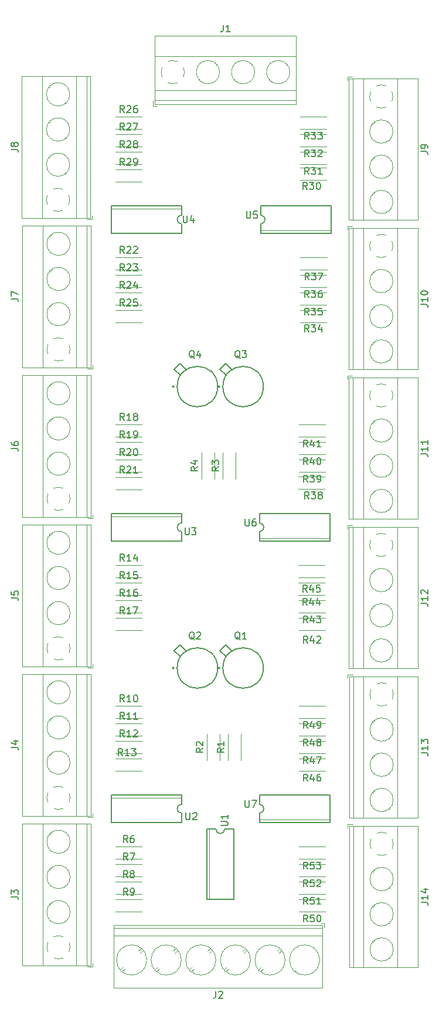
<source format=gbr>
%TF.GenerationSoftware,KiCad,Pcbnew,(6.0.4)*%
%TF.CreationDate,2022-07-26T21:07:26-04:00*%
%TF.ProjectId,pcb,7063622e-6b69-4636-9164-5f7063625858,rev?*%
%TF.SameCoordinates,Original*%
%TF.FileFunction,Legend,Top*%
%TF.FilePolarity,Positive*%
%FSLAX46Y46*%
G04 Gerber Fmt 4.6, Leading zero omitted, Abs format (unit mm)*
G04 Created by KiCad (PCBNEW (6.0.4)) date 2022-07-26 21:07:26*
%MOMM*%
%LPD*%
G01*
G04 APERTURE LIST*
%ADD10C,0.150000*%
%ADD11C,0.120000*%
%ADD12C,0.152400*%
%ADD13C,0.050800*%
%ADD14C,0.127000*%
%ADD15C,0.200000*%
G04 APERTURE END LIST*
D10*
%TO.C,R39*%
X98231742Y-87462380D02*
X97898409Y-86986190D01*
X97660314Y-87462380D02*
X97660314Y-86462380D01*
X98041266Y-86462380D01*
X98136504Y-86510000D01*
X98184123Y-86557619D01*
X98231742Y-86652857D01*
X98231742Y-86795714D01*
X98184123Y-86890952D01*
X98136504Y-86938571D01*
X98041266Y-86986190D01*
X97660314Y-86986190D01*
X98565076Y-86462380D02*
X99184123Y-86462380D01*
X98850790Y-86843333D01*
X98993647Y-86843333D01*
X99088885Y-86890952D01*
X99136504Y-86938571D01*
X99184123Y-87033809D01*
X99184123Y-87271904D01*
X99136504Y-87367142D01*
X99088885Y-87414761D01*
X98993647Y-87462380D01*
X98707933Y-87462380D01*
X98612695Y-87414761D01*
X98565076Y-87367142D01*
X99660314Y-87462380D02*
X99850790Y-87462380D01*
X99946028Y-87414761D01*
X99993647Y-87367142D01*
X100088885Y-87224285D01*
X100136504Y-87033809D01*
X100136504Y-86652857D01*
X100088885Y-86557619D01*
X100041266Y-86510000D01*
X99946028Y-86462380D01*
X99755552Y-86462380D01*
X99660314Y-86510000D01*
X99612695Y-86557619D01*
X99565076Y-86652857D01*
X99565076Y-86890952D01*
X99612695Y-86986190D01*
X99660314Y-87033809D01*
X99755552Y-87081428D01*
X99946028Y-87081428D01*
X100041266Y-87033809D01*
X100088885Y-86986190D01*
X100136504Y-86890952D01*
%TO.C,U7*%
X89208675Y-133435062D02*
X89208675Y-134246180D01*
X89256387Y-134341606D01*
X89304100Y-134389318D01*
X89399526Y-134437031D01*
X89590377Y-134437031D01*
X89685803Y-134389318D01*
X89733515Y-134341606D01*
X89781228Y-134246180D01*
X89781228Y-133435062D01*
X90162931Y-133435062D02*
X90830910Y-133435062D01*
X90401495Y-134437031D01*
%TO.C,R23*%
X71747142Y-56952380D02*
X71413809Y-56476190D01*
X71175714Y-56952380D02*
X71175714Y-55952380D01*
X71556666Y-55952380D01*
X71651904Y-56000000D01*
X71699523Y-56047619D01*
X71747142Y-56142857D01*
X71747142Y-56285714D01*
X71699523Y-56380952D01*
X71651904Y-56428571D01*
X71556666Y-56476190D01*
X71175714Y-56476190D01*
X72128095Y-56047619D02*
X72175714Y-56000000D01*
X72270952Y-55952380D01*
X72509047Y-55952380D01*
X72604285Y-56000000D01*
X72651904Y-56047619D01*
X72699523Y-56142857D01*
X72699523Y-56238095D01*
X72651904Y-56380952D01*
X72080476Y-56952380D01*
X72699523Y-56952380D01*
X73032857Y-55952380D02*
X73651904Y-55952380D01*
X73318571Y-56333333D01*
X73461428Y-56333333D01*
X73556666Y-56380952D01*
X73604285Y-56428571D01*
X73651904Y-56523809D01*
X73651904Y-56761904D01*
X73604285Y-56857142D01*
X73556666Y-56904761D01*
X73461428Y-56952380D01*
X73175714Y-56952380D01*
X73080476Y-56904761D01*
X73032857Y-56857142D01*
%TO.C,U2*%
X80643595Y-135214302D02*
X80643595Y-136025420D01*
X80691307Y-136120846D01*
X80739020Y-136168558D01*
X80834446Y-136216271D01*
X81025297Y-136216271D01*
X81120723Y-136168558D01*
X81168435Y-136120846D01*
X81216148Y-136025420D01*
X81216148Y-135214302D01*
X81645564Y-135309728D02*
X81693276Y-135262015D01*
X81788702Y-135214302D01*
X82027266Y-135214302D01*
X82122692Y-135262015D01*
X82170404Y-135309728D01*
X82218117Y-135405153D01*
X82218117Y-135500579D01*
X82170404Y-135643717D01*
X81597851Y-136216271D01*
X82218117Y-136216271D01*
%TO.C,R53*%
X98231742Y-143342380D02*
X97898409Y-142866190D01*
X97660314Y-143342380D02*
X97660314Y-142342380D01*
X98041266Y-142342380D01*
X98136504Y-142390000D01*
X98184123Y-142437619D01*
X98231742Y-142532857D01*
X98231742Y-142675714D01*
X98184123Y-142770952D01*
X98136504Y-142818571D01*
X98041266Y-142866190D01*
X97660314Y-142866190D01*
X99136504Y-142342380D02*
X98660314Y-142342380D01*
X98612695Y-142818571D01*
X98660314Y-142770952D01*
X98755552Y-142723333D01*
X98993647Y-142723333D01*
X99088885Y-142770952D01*
X99136504Y-142818571D01*
X99184123Y-142913809D01*
X99184123Y-143151904D01*
X99136504Y-143247142D01*
X99088885Y-143294761D01*
X98993647Y-143342380D01*
X98755552Y-143342380D01*
X98660314Y-143294761D01*
X98612695Y-143247142D01*
X99517457Y-142342380D02*
X100136504Y-142342380D01*
X99803171Y-142723333D01*
X99946028Y-142723333D01*
X100041266Y-142770952D01*
X100088885Y-142818571D01*
X100136504Y-142913809D01*
X100136504Y-143151904D01*
X100088885Y-143247142D01*
X100041266Y-143294761D01*
X99946028Y-143342380D01*
X99660314Y-143342380D01*
X99565076Y-143294761D01*
X99517457Y-143247142D01*
%TO.C,J4*%
X55422380Y-125758533D02*
X56136666Y-125758533D01*
X56279523Y-125806152D01*
X56374761Y-125901390D01*
X56422380Y-126044247D01*
X56422380Y-126139485D01*
X55755714Y-124853771D02*
X56422380Y-124853771D01*
X55374761Y-125091866D02*
X56089047Y-125329961D01*
X56089047Y-124710914D01*
%TO.C,R14*%
X71747142Y-98862380D02*
X71413809Y-98386190D01*
X71175714Y-98862380D02*
X71175714Y-97862380D01*
X71556666Y-97862380D01*
X71651904Y-97910000D01*
X71699523Y-97957619D01*
X71747142Y-98052857D01*
X71747142Y-98195714D01*
X71699523Y-98290952D01*
X71651904Y-98338571D01*
X71556666Y-98386190D01*
X71175714Y-98386190D01*
X72699523Y-98862380D02*
X72128095Y-98862380D01*
X72413809Y-98862380D02*
X72413809Y-97862380D01*
X72318571Y-98005238D01*
X72223333Y-98100476D01*
X72128095Y-98148095D01*
X73556666Y-98195714D02*
X73556666Y-98862380D01*
X73318571Y-97814761D02*
X73080476Y-98529047D01*
X73699523Y-98529047D01*
%TO.C,R19*%
X71747142Y-81082380D02*
X71413809Y-80606190D01*
X71175714Y-81082380D02*
X71175714Y-80082380D01*
X71556666Y-80082380D01*
X71651904Y-80130000D01*
X71699523Y-80177619D01*
X71747142Y-80272857D01*
X71747142Y-80415714D01*
X71699523Y-80510952D01*
X71651904Y-80558571D01*
X71556666Y-80606190D01*
X71175714Y-80606190D01*
X72699523Y-81082380D02*
X72128095Y-81082380D01*
X72413809Y-81082380D02*
X72413809Y-80082380D01*
X72318571Y-80225238D01*
X72223333Y-80320476D01*
X72128095Y-80368095D01*
X73175714Y-81082380D02*
X73366190Y-81082380D01*
X73461428Y-81034761D01*
X73509047Y-80987142D01*
X73604285Y-80844285D01*
X73651904Y-80653809D01*
X73651904Y-80272857D01*
X73604285Y-80177619D01*
X73556666Y-80130000D01*
X73461428Y-80082380D01*
X73270952Y-80082380D01*
X73175714Y-80130000D01*
X73128095Y-80177619D01*
X73080476Y-80272857D01*
X73080476Y-80510952D01*
X73128095Y-80606190D01*
X73175714Y-80653809D01*
X73270952Y-80701428D01*
X73461428Y-80701428D01*
X73556666Y-80653809D01*
X73604285Y-80606190D01*
X73651904Y-80510952D01*
%TO.C,R47*%
X98231742Y-128102380D02*
X97898409Y-127626190D01*
X97660314Y-128102380D02*
X97660314Y-127102380D01*
X98041266Y-127102380D01*
X98136504Y-127150000D01*
X98184123Y-127197619D01*
X98231742Y-127292857D01*
X98231742Y-127435714D01*
X98184123Y-127530952D01*
X98136504Y-127578571D01*
X98041266Y-127626190D01*
X97660314Y-127626190D01*
X99088885Y-127435714D02*
X99088885Y-128102380D01*
X98850790Y-127054761D02*
X98612695Y-127769047D01*
X99231742Y-127769047D01*
X99517457Y-127102380D02*
X100184123Y-127102380D01*
X99755552Y-128102380D01*
%TO.C,J7*%
X55422380Y-60988533D02*
X56136666Y-60988533D01*
X56279523Y-61036152D01*
X56374761Y-61131390D01*
X56422380Y-61274247D01*
X56422380Y-61369485D01*
X55422380Y-60607580D02*
X55422380Y-59940914D01*
X56422380Y-60369485D01*
%TO.C,R51*%
X98231742Y-148422380D02*
X97898409Y-147946190D01*
X97660314Y-148422380D02*
X97660314Y-147422380D01*
X98041266Y-147422380D01*
X98136504Y-147470000D01*
X98184123Y-147517619D01*
X98231742Y-147612857D01*
X98231742Y-147755714D01*
X98184123Y-147850952D01*
X98136504Y-147898571D01*
X98041266Y-147946190D01*
X97660314Y-147946190D01*
X99136504Y-147422380D02*
X98660314Y-147422380D01*
X98612695Y-147898571D01*
X98660314Y-147850952D01*
X98755552Y-147803333D01*
X98993647Y-147803333D01*
X99088885Y-147850952D01*
X99136504Y-147898571D01*
X99184123Y-147993809D01*
X99184123Y-148231904D01*
X99136504Y-148327142D01*
X99088885Y-148374761D01*
X98993647Y-148422380D01*
X98755552Y-148422380D01*
X98660314Y-148374761D01*
X98612695Y-148327142D01*
X100136504Y-148422380D02*
X99565076Y-148422380D01*
X99850790Y-148422380D02*
X99850790Y-147422380D01*
X99755552Y-147565238D01*
X99660314Y-147660476D01*
X99565076Y-147708095D01*
%TO.C,R16*%
X71747142Y-103942380D02*
X71413809Y-103466190D01*
X71175714Y-103942380D02*
X71175714Y-102942380D01*
X71556666Y-102942380D01*
X71651904Y-102990000D01*
X71699523Y-103037619D01*
X71747142Y-103132857D01*
X71747142Y-103275714D01*
X71699523Y-103370952D01*
X71651904Y-103418571D01*
X71556666Y-103466190D01*
X71175714Y-103466190D01*
X72699523Y-103942380D02*
X72128095Y-103942380D01*
X72413809Y-103942380D02*
X72413809Y-102942380D01*
X72318571Y-103085238D01*
X72223333Y-103180476D01*
X72128095Y-103228095D01*
X73556666Y-102942380D02*
X73366190Y-102942380D01*
X73270952Y-102990000D01*
X73223333Y-103037619D01*
X73128095Y-103180476D01*
X73080476Y-103370952D01*
X73080476Y-103751904D01*
X73128095Y-103847142D01*
X73175714Y-103894761D01*
X73270952Y-103942380D01*
X73461428Y-103942380D01*
X73556666Y-103894761D01*
X73604285Y-103847142D01*
X73651904Y-103751904D01*
X73651904Y-103513809D01*
X73604285Y-103418571D01*
X73556666Y-103370952D01*
X73461428Y-103323333D01*
X73270952Y-103323333D01*
X73175714Y-103370952D01*
X73128095Y-103418571D01*
X73080476Y-103513809D01*
%TO.C,R25*%
X71747142Y-62032380D02*
X71413809Y-61556190D01*
X71175714Y-62032380D02*
X71175714Y-61032380D01*
X71556666Y-61032380D01*
X71651904Y-61080000D01*
X71699523Y-61127619D01*
X71747142Y-61222857D01*
X71747142Y-61365714D01*
X71699523Y-61460952D01*
X71651904Y-61508571D01*
X71556666Y-61556190D01*
X71175714Y-61556190D01*
X72128095Y-61127619D02*
X72175714Y-61080000D01*
X72270952Y-61032380D01*
X72509047Y-61032380D01*
X72604285Y-61080000D01*
X72651904Y-61127619D01*
X72699523Y-61222857D01*
X72699523Y-61318095D01*
X72651904Y-61460952D01*
X72080476Y-62032380D01*
X72699523Y-62032380D01*
X73604285Y-61032380D02*
X73128095Y-61032380D01*
X73080476Y-61508571D01*
X73128095Y-61460952D01*
X73223333Y-61413333D01*
X73461428Y-61413333D01*
X73556666Y-61460952D01*
X73604285Y-61508571D01*
X73651904Y-61603809D01*
X73651904Y-61841904D01*
X73604285Y-61937142D01*
X73556666Y-61984761D01*
X73461428Y-62032380D01*
X73223333Y-62032380D01*
X73128095Y-61984761D01*
X73080476Y-61937142D01*
%TO.C,U4*%
X80262595Y-48981302D02*
X80262595Y-49792420D01*
X80310307Y-49887846D01*
X80358020Y-49935558D01*
X80453446Y-49983271D01*
X80644297Y-49983271D01*
X80739723Y-49935558D01*
X80787435Y-49887846D01*
X80835148Y-49792420D01*
X80835148Y-48981302D01*
X81741692Y-49315292D02*
X81741692Y-49983271D01*
X81503128Y-48933589D02*
X81264564Y-49649282D01*
X81884830Y-49649282D01*
%TO.C,R21*%
X71747142Y-86162380D02*
X71413809Y-85686190D01*
X71175714Y-86162380D02*
X71175714Y-85162380D01*
X71556666Y-85162380D01*
X71651904Y-85210000D01*
X71699523Y-85257619D01*
X71747142Y-85352857D01*
X71747142Y-85495714D01*
X71699523Y-85590952D01*
X71651904Y-85638571D01*
X71556666Y-85686190D01*
X71175714Y-85686190D01*
X72128095Y-85257619D02*
X72175714Y-85210000D01*
X72270952Y-85162380D01*
X72509047Y-85162380D01*
X72604285Y-85210000D01*
X72651904Y-85257619D01*
X72699523Y-85352857D01*
X72699523Y-85448095D01*
X72651904Y-85590952D01*
X72080476Y-86162380D01*
X72699523Y-86162380D01*
X73651904Y-86162380D02*
X73080476Y-86162380D01*
X73366190Y-86162380D02*
X73366190Y-85162380D01*
X73270952Y-85305238D01*
X73175714Y-85400476D01*
X73080476Y-85448095D01*
%TO.C,Q1*%
X88479761Y-110212619D02*
X88384523Y-110165000D01*
X88289285Y-110069761D01*
X88146428Y-109926904D01*
X88051190Y-109879285D01*
X87955952Y-109879285D01*
X88003571Y-110117380D02*
X87908333Y-110069761D01*
X87813095Y-109974523D01*
X87765476Y-109784047D01*
X87765476Y-109450714D01*
X87813095Y-109260238D01*
X87908333Y-109165000D01*
X88003571Y-109117380D01*
X88194047Y-109117380D01*
X88289285Y-109165000D01*
X88384523Y-109260238D01*
X88432142Y-109450714D01*
X88432142Y-109784047D01*
X88384523Y-109974523D01*
X88289285Y-110069761D01*
X88194047Y-110117380D01*
X88003571Y-110117380D01*
X89384523Y-110117380D02*
X88813095Y-110117380D01*
X89098809Y-110117380D02*
X89098809Y-109117380D01*
X89003571Y-109260238D01*
X88908333Y-109355476D01*
X88813095Y-109403095D01*
%TO.C,R10*%
X71747142Y-119182380D02*
X71413809Y-118706190D01*
X71175714Y-119182380D02*
X71175714Y-118182380D01*
X71556666Y-118182380D01*
X71651904Y-118230000D01*
X71699523Y-118277619D01*
X71747142Y-118372857D01*
X71747142Y-118515714D01*
X71699523Y-118610952D01*
X71651904Y-118658571D01*
X71556666Y-118706190D01*
X71175714Y-118706190D01*
X72699523Y-119182380D02*
X72128095Y-119182380D01*
X72413809Y-119182380D02*
X72413809Y-118182380D01*
X72318571Y-118325238D01*
X72223333Y-118420476D01*
X72128095Y-118468095D01*
X73318571Y-118182380D02*
X73413809Y-118182380D01*
X73509047Y-118230000D01*
X73556666Y-118277619D01*
X73604285Y-118372857D01*
X73651904Y-118563333D01*
X73651904Y-118801428D01*
X73604285Y-118991904D01*
X73556666Y-119087142D01*
X73509047Y-119134761D01*
X73413809Y-119182380D01*
X73318571Y-119182380D01*
X73223333Y-119134761D01*
X73175714Y-119087142D01*
X73128095Y-118991904D01*
X73080476Y-118801428D01*
X73080476Y-118563333D01*
X73128095Y-118372857D01*
X73175714Y-118277619D01*
X73223333Y-118230000D01*
X73318571Y-118182380D01*
%TO.C,R29*%
X71747142Y-41712380D02*
X71413809Y-41236190D01*
X71175714Y-41712380D02*
X71175714Y-40712380D01*
X71556666Y-40712380D01*
X71651904Y-40760000D01*
X71699523Y-40807619D01*
X71747142Y-40902857D01*
X71747142Y-41045714D01*
X71699523Y-41140952D01*
X71651904Y-41188571D01*
X71556666Y-41236190D01*
X71175714Y-41236190D01*
X72128095Y-40807619D02*
X72175714Y-40760000D01*
X72270952Y-40712380D01*
X72509047Y-40712380D01*
X72604285Y-40760000D01*
X72651904Y-40807619D01*
X72699523Y-40902857D01*
X72699523Y-40998095D01*
X72651904Y-41140952D01*
X72080476Y-41712380D01*
X72699523Y-41712380D01*
X73175714Y-41712380D02*
X73366190Y-41712380D01*
X73461428Y-41664761D01*
X73509047Y-41617142D01*
X73604285Y-41474285D01*
X73651904Y-41283809D01*
X73651904Y-40902857D01*
X73604285Y-40807619D01*
X73556666Y-40760000D01*
X73461428Y-40712380D01*
X73270952Y-40712380D01*
X73175714Y-40760000D01*
X73128095Y-40807619D01*
X73080476Y-40902857D01*
X73080476Y-41140952D01*
X73128095Y-41236190D01*
X73175714Y-41283809D01*
X73270952Y-41331428D01*
X73461428Y-41331428D01*
X73556666Y-41283809D01*
X73604285Y-41236190D01*
X73651904Y-41140952D01*
%TO.C,R30*%
X98163142Y-45156380D02*
X97829809Y-44680190D01*
X97591714Y-45156380D02*
X97591714Y-44156380D01*
X97972666Y-44156380D01*
X98067904Y-44204000D01*
X98115523Y-44251619D01*
X98163142Y-44346857D01*
X98163142Y-44489714D01*
X98115523Y-44584952D01*
X98067904Y-44632571D01*
X97972666Y-44680190D01*
X97591714Y-44680190D01*
X98496476Y-44156380D02*
X99115523Y-44156380D01*
X98782190Y-44537333D01*
X98925047Y-44537333D01*
X99020285Y-44584952D01*
X99067904Y-44632571D01*
X99115523Y-44727809D01*
X99115523Y-44965904D01*
X99067904Y-45061142D01*
X99020285Y-45108761D01*
X98925047Y-45156380D01*
X98639333Y-45156380D01*
X98544095Y-45108761D01*
X98496476Y-45061142D01*
X99734571Y-44156380D02*
X99829809Y-44156380D01*
X99925047Y-44204000D01*
X99972666Y-44251619D01*
X100020285Y-44346857D01*
X100067904Y-44537333D01*
X100067904Y-44775428D01*
X100020285Y-44965904D01*
X99972666Y-45061142D01*
X99925047Y-45108761D01*
X99829809Y-45156380D01*
X99734571Y-45156380D01*
X99639333Y-45108761D01*
X99591714Y-45061142D01*
X99544095Y-44965904D01*
X99496476Y-44775428D01*
X99496476Y-44537333D01*
X99544095Y-44346857D01*
X99591714Y-44251619D01*
X99639333Y-44204000D01*
X99734571Y-44156380D01*
%TO.C,R20*%
X71747142Y-83622380D02*
X71413809Y-83146190D01*
X71175714Y-83622380D02*
X71175714Y-82622380D01*
X71556666Y-82622380D01*
X71651904Y-82670000D01*
X71699523Y-82717619D01*
X71747142Y-82812857D01*
X71747142Y-82955714D01*
X71699523Y-83050952D01*
X71651904Y-83098571D01*
X71556666Y-83146190D01*
X71175714Y-83146190D01*
X72128095Y-82717619D02*
X72175714Y-82670000D01*
X72270952Y-82622380D01*
X72509047Y-82622380D01*
X72604285Y-82670000D01*
X72651904Y-82717619D01*
X72699523Y-82812857D01*
X72699523Y-82908095D01*
X72651904Y-83050952D01*
X72080476Y-83622380D01*
X72699523Y-83622380D01*
X73318571Y-82622380D02*
X73413809Y-82622380D01*
X73509047Y-82670000D01*
X73556666Y-82717619D01*
X73604285Y-82812857D01*
X73651904Y-83003333D01*
X73651904Y-83241428D01*
X73604285Y-83431904D01*
X73556666Y-83527142D01*
X73509047Y-83574761D01*
X73413809Y-83622380D01*
X73318571Y-83622380D01*
X73223333Y-83574761D01*
X73175714Y-83527142D01*
X73128095Y-83431904D01*
X73080476Y-83241428D01*
X73080476Y-83003333D01*
X73128095Y-82812857D01*
X73175714Y-82717619D01*
X73223333Y-82670000D01*
X73318571Y-82622380D01*
%TO.C,R50*%
X98231742Y-150962380D02*
X97898409Y-150486190D01*
X97660314Y-150962380D02*
X97660314Y-149962380D01*
X98041266Y-149962380D01*
X98136504Y-150010000D01*
X98184123Y-150057619D01*
X98231742Y-150152857D01*
X98231742Y-150295714D01*
X98184123Y-150390952D01*
X98136504Y-150438571D01*
X98041266Y-150486190D01*
X97660314Y-150486190D01*
X99136504Y-149962380D02*
X98660314Y-149962380D01*
X98612695Y-150438571D01*
X98660314Y-150390952D01*
X98755552Y-150343333D01*
X98993647Y-150343333D01*
X99088885Y-150390952D01*
X99136504Y-150438571D01*
X99184123Y-150533809D01*
X99184123Y-150771904D01*
X99136504Y-150867142D01*
X99088885Y-150914761D01*
X98993647Y-150962380D01*
X98755552Y-150962380D01*
X98660314Y-150914761D01*
X98612695Y-150867142D01*
X99803171Y-149962380D02*
X99898409Y-149962380D01*
X99993647Y-150010000D01*
X100041266Y-150057619D01*
X100088885Y-150152857D01*
X100136504Y-150343333D01*
X100136504Y-150581428D01*
X100088885Y-150771904D01*
X100041266Y-150867142D01*
X99993647Y-150914761D01*
X99898409Y-150962380D01*
X99803171Y-150962380D01*
X99707933Y-150914761D01*
X99660314Y-150867142D01*
X99612695Y-150771904D01*
X99565076Y-150581428D01*
X99565076Y-150343333D01*
X99612695Y-150152857D01*
X99660314Y-150057619D01*
X99707933Y-150010000D01*
X99803171Y-149962380D01*
%TO.C,R49*%
X98231742Y-123022380D02*
X97898409Y-122546190D01*
X97660314Y-123022380D02*
X97660314Y-122022380D01*
X98041266Y-122022380D01*
X98136504Y-122070000D01*
X98184123Y-122117619D01*
X98231742Y-122212857D01*
X98231742Y-122355714D01*
X98184123Y-122450952D01*
X98136504Y-122498571D01*
X98041266Y-122546190D01*
X97660314Y-122546190D01*
X99088885Y-122355714D02*
X99088885Y-123022380D01*
X98850790Y-121974761D02*
X98612695Y-122689047D01*
X99231742Y-122689047D01*
X99660314Y-123022380D02*
X99850790Y-123022380D01*
X99946028Y-122974761D01*
X99993647Y-122927142D01*
X100088885Y-122784285D01*
X100136504Y-122593809D01*
X100136504Y-122212857D01*
X100088885Y-122117619D01*
X100041266Y-122070000D01*
X99946028Y-122022380D01*
X99755552Y-122022380D01*
X99660314Y-122070000D01*
X99612695Y-122117619D01*
X99565076Y-122212857D01*
X99565076Y-122450952D01*
X99612695Y-122546190D01*
X99660314Y-122593809D01*
X99755552Y-122641428D01*
X99946028Y-122641428D01*
X100041266Y-122593809D01*
X100088885Y-122546190D01*
X100136504Y-122450952D01*
%TO.C,R24*%
X71747142Y-59492380D02*
X71413809Y-59016190D01*
X71175714Y-59492380D02*
X71175714Y-58492380D01*
X71556666Y-58492380D01*
X71651904Y-58540000D01*
X71699523Y-58587619D01*
X71747142Y-58682857D01*
X71747142Y-58825714D01*
X71699523Y-58920952D01*
X71651904Y-58968571D01*
X71556666Y-59016190D01*
X71175714Y-59016190D01*
X72128095Y-58587619D02*
X72175714Y-58540000D01*
X72270952Y-58492380D01*
X72509047Y-58492380D01*
X72604285Y-58540000D01*
X72651904Y-58587619D01*
X72699523Y-58682857D01*
X72699523Y-58778095D01*
X72651904Y-58920952D01*
X72080476Y-59492380D01*
X72699523Y-59492380D01*
X73556666Y-58825714D02*
X73556666Y-59492380D01*
X73318571Y-58444761D02*
X73080476Y-59159047D01*
X73699523Y-59159047D01*
%TO.C,R28*%
X71747142Y-39172380D02*
X71413809Y-38696190D01*
X71175714Y-39172380D02*
X71175714Y-38172380D01*
X71556666Y-38172380D01*
X71651904Y-38220000D01*
X71699523Y-38267619D01*
X71747142Y-38362857D01*
X71747142Y-38505714D01*
X71699523Y-38600952D01*
X71651904Y-38648571D01*
X71556666Y-38696190D01*
X71175714Y-38696190D01*
X72128095Y-38267619D02*
X72175714Y-38220000D01*
X72270952Y-38172380D01*
X72509047Y-38172380D01*
X72604285Y-38220000D01*
X72651904Y-38267619D01*
X72699523Y-38362857D01*
X72699523Y-38458095D01*
X72651904Y-38600952D01*
X72080476Y-39172380D01*
X72699523Y-39172380D01*
X73270952Y-38600952D02*
X73175714Y-38553333D01*
X73128095Y-38505714D01*
X73080476Y-38410476D01*
X73080476Y-38362857D01*
X73128095Y-38267619D01*
X73175714Y-38220000D01*
X73270952Y-38172380D01*
X73461428Y-38172380D01*
X73556666Y-38220000D01*
X73604285Y-38267619D01*
X73651904Y-38362857D01*
X73651904Y-38410476D01*
X73604285Y-38505714D01*
X73556666Y-38553333D01*
X73461428Y-38600952D01*
X73270952Y-38600952D01*
X73175714Y-38648571D01*
X73128095Y-38696190D01*
X73080476Y-38791428D01*
X73080476Y-38981904D01*
X73128095Y-39077142D01*
X73175714Y-39124761D01*
X73270952Y-39172380D01*
X73461428Y-39172380D01*
X73556666Y-39124761D01*
X73604285Y-39077142D01*
X73651904Y-38981904D01*
X73651904Y-38791428D01*
X73604285Y-38696190D01*
X73556666Y-38648571D01*
X73461428Y-38600952D01*
%TO.C,U6*%
X89208675Y-92795062D02*
X89208675Y-93606180D01*
X89256387Y-93701606D01*
X89304100Y-93749318D01*
X89399526Y-93797031D01*
X89590377Y-93797031D01*
X89685803Y-93749318D01*
X89733515Y-93701606D01*
X89781228Y-93606180D01*
X89781228Y-92795062D01*
X90687772Y-92795062D02*
X90496920Y-92795062D01*
X90401495Y-92842775D01*
X90353782Y-92890488D01*
X90258356Y-93033626D01*
X90210644Y-93224477D01*
X90210644Y-93606180D01*
X90258356Y-93701606D01*
X90306069Y-93749318D01*
X90401495Y-93797031D01*
X90592346Y-93797031D01*
X90687772Y-93749318D01*
X90735484Y-93701606D01*
X90783197Y-93606180D01*
X90783197Y-93367616D01*
X90735484Y-93272190D01*
X90687772Y-93224477D01*
X90592346Y-93176765D01*
X90401495Y-93176765D01*
X90306069Y-93224477D01*
X90258356Y-93272190D01*
X90210644Y-93367616D01*
%TO.C,J9*%
X114576380Y-39703333D02*
X115290666Y-39703333D01*
X115433523Y-39750952D01*
X115528761Y-39846190D01*
X115576380Y-39989047D01*
X115576380Y-40084285D01*
X115576380Y-39179523D02*
X115576380Y-38989047D01*
X115528761Y-38893809D01*
X115481142Y-38846190D01*
X115338285Y-38750952D01*
X115147809Y-38703333D01*
X114766857Y-38703333D01*
X114671619Y-38750952D01*
X114624000Y-38798571D01*
X114576380Y-38893809D01*
X114576380Y-39084285D01*
X114624000Y-39179523D01*
X114671619Y-39227142D01*
X114766857Y-39274761D01*
X115004952Y-39274761D01*
X115100190Y-39227142D01*
X115147809Y-39179523D01*
X115195428Y-39084285D01*
X115195428Y-38893809D01*
X115147809Y-38798571D01*
X115100190Y-38750952D01*
X115004952Y-38703333D01*
%TO.C,J14*%
X114627380Y-148129523D02*
X115341666Y-148129523D01*
X115484523Y-148177142D01*
X115579761Y-148272380D01*
X115627380Y-148415238D01*
X115627380Y-148510476D01*
X115627380Y-147129523D02*
X115627380Y-147700952D01*
X115627380Y-147415238D02*
X114627380Y-147415238D01*
X114770238Y-147510476D01*
X114865476Y-147605714D01*
X114913095Y-147700952D01*
X114960714Y-146272380D02*
X115627380Y-146272380D01*
X114579761Y-146510476D02*
X115294047Y-146748571D01*
X115294047Y-146129523D01*
%TO.C,J11*%
X114576380Y-83359523D02*
X115290666Y-83359523D01*
X115433523Y-83407142D01*
X115528761Y-83502380D01*
X115576380Y-83645238D01*
X115576380Y-83740476D01*
X115576380Y-82359523D02*
X115576380Y-82930952D01*
X115576380Y-82645238D02*
X114576380Y-82645238D01*
X114719238Y-82740476D01*
X114814476Y-82835714D01*
X114862095Y-82930952D01*
X115576380Y-81407142D02*
X115576380Y-81978571D01*
X115576380Y-81692857D02*
X114576380Y-81692857D01*
X114719238Y-81788095D01*
X114814476Y-81883333D01*
X114862095Y-81978571D01*
%TO.C,J1*%
X86026666Y-21437380D02*
X86026666Y-22151666D01*
X85979047Y-22294523D01*
X85883809Y-22389761D01*
X85740952Y-22437380D01*
X85645714Y-22437380D01*
X87026666Y-22437380D02*
X86455238Y-22437380D01*
X86740952Y-22437380D02*
X86740952Y-21437380D01*
X86645714Y-21580238D01*
X86550476Y-21675476D01*
X86455238Y-21723095D01*
%TO.C,R45*%
X98137742Y-103322380D02*
X97804409Y-102846190D01*
X97566314Y-103322380D02*
X97566314Y-102322380D01*
X97947266Y-102322380D01*
X98042504Y-102370000D01*
X98090123Y-102417619D01*
X98137742Y-102512857D01*
X98137742Y-102655714D01*
X98090123Y-102750952D01*
X98042504Y-102798571D01*
X97947266Y-102846190D01*
X97566314Y-102846190D01*
X98994885Y-102655714D02*
X98994885Y-103322380D01*
X98756790Y-102274761D02*
X98518695Y-102989047D01*
X99137742Y-102989047D01*
X99994885Y-102322380D02*
X99518695Y-102322380D01*
X99471076Y-102798571D01*
X99518695Y-102750952D01*
X99613933Y-102703333D01*
X99852028Y-102703333D01*
X99947266Y-102750952D01*
X99994885Y-102798571D01*
X100042504Y-102893809D01*
X100042504Y-103131904D01*
X99994885Y-103227142D01*
X99947266Y-103274761D01*
X99852028Y-103322380D01*
X99613933Y-103322380D01*
X99518695Y-103274761D01*
X99471076Y-103227142D01*
%TO.C,J12*%
X114576380Y-104949523D02*
X115290666Y-104949523D01*
X115433523Y-104997142D01*
X115528761Y-105092380D01*
X115576380Y-105235238D01*
X115576380Y-105330476D01*
X115576380Y-103949523D02*
X115576380Y-104520952D01*
X115576380Y-104235238D02*
X114576380Y-104235238D01*
X114719238Y-104330476D01*
X114814476Y-104425714D01*
X114862095Y-104520952D01*
X114671619Y-103568571D02*
X114624000Y-103520952D01*
X114576380Y-103425714D01*
X114576380Y-103187619D01*
X114624000Y-103092380D01*
X114671619Y-103044761D01*
X114766857Y-102997142D01*
X114862095Y-102997142D01*
X115004952Y-103044761D01*
X115576380Y-103616190D01*
X115576380Y-102997142D01*
%TO.C,R31*%
X98417142Y-43012380D02*
X98083809Y-42536190D01*
X97845714Y-43012380D02*
X97845714Y-42012380D01*
X98226666Y-42012380D01*
X98321904Y-42060000D01*
X98369523Y-42107619D01*
X98417142Y-42202857D01*
X98417142Y-42345714D01*
X98369523Y-42440952D01*
X98321904Y-42488571D01*
X98226666Y-42536190D01*
X97845714Y-42536190D01*
X98750476Y-42012380D02*
X99369523Y-42012380D01*
X99036190Y-42393333D01*
X99179047Y-42393333D01*
X99274285Y-42440952D01*
X99321904Y-42488571D01*
X99369523Y-42583809D01*
X99369523Y-42821904D01*
X99321904Y-42917142D01*
X99274285Y-42964761D01*
X99179047Y-43012380D01*
X98893333Y-43012380D01*
X98798095Y-42964761D01*
X98750476Y-42917142D01*
X100321904Y-43012380D02*
X99750476Y-43012380D01*
X100036190Y-43012380D02*
X100036190Y-42012380D01*
X99940952Y-42155238D01*
X99845714Y-42250476D01*
X99750476Y-42298095D01*
%TO.C,Q2*%
X81875761Y-110212619D02*
X81780523Y-110165000D01*
X81685285Y-110069761D01*
X81542428Y-109926904D01*
X81447190Y-109879285D01*
X81351952Y-109879285D01*
X81399571Y-110117380D02*
X81304333Y-110069761D01*
X81209095Y-109974523D01*
X81161476Y-109784047D01*
X81161476Y-109450714D01*
X81209095Y-109260238D01*
X81304333Y-109165000D01*
X81399571Y-109117380D01*
X81590047Y-109117380D01*
X81685285Y-109165000D01*
X81780523Y-109260238D01*
X81828142Y-109450714D01*
X81828142Y-109784047D01*
X81780523Y-109974523D01*
X81685285Y-110069761D01*
X81590047Y-110117380D01*
X81399571Y-110117380D01*
X82209095Y-109212619D02*
X82256714Y-109165000D01*
X82351952Y-109117380D01*
X82590047Y-109117380D01*
X82685285Y-109165000D01*
X82732904Y-109212619D01*
X82780523Y-109307857D01*
X82780523Y-109403095D01*
X82732904Y-109545952D01*
X82161476Y-110117380D01*
X82780523Y-110117380D01*
%TO.C,R42*%
X98231742Y-110688380D02*
X97898409Y-110212190D01*
X97660314Y-110688380D02*
X97660314Y-109688380D01*
X98041266Y-109688380D01*
X98136504Y-109736000D01*
X98184123Y-109783619D01*
X98231742Y-109878857D01*
X98231742Y-110021714D01*
X98184123Y-110116952D01*
X98136504Y-110164571D01*
X98041266Y-110212190D01*
X97660314Y-110212190D01*
X99088885Y-110021714D02*
X99088885Y-110688380D01*
X98850790Y-109640761D02*
X98612695Y-110355047D01*
X99231742Y-110355047D01*
X99565076Y-109783619D02*
X99612695Y-109736000D01*
X99707933Y-109688380D01*
X99946028Y-109688380D01*
X100041266Y-109736000D01*
X100088885Y-109783619D01*
X100136504Y-109878857D01*
X100136504Y-109974095D01*
X100088885Y-110116952D01*
X99517457Y-110688380D01*
X100136504Y-110688380D01*
%TO.C,R26*%
X71747142Y-34092380D02*
X71413809Y-33616190D01*
X71175714Y-34092380D02*
X71175714Y-33092380D01*
X71556666Y-33092380D01*
X71651904Y-33140000D01*
X71699523Y-33187619D01*
X71747142Y-33282857D01*
X71747142Y-33425714D01*
X71699523Y-33520952D01*
X71651904Y-33568571D01*
X71556666Y-33616190D01*
X71175714Y-33616190D01*
X72128095Y-33187619D02*
X72175714Y-33140000D01*
X72270952Y-33092380D01*
X72509047Y-33092380D01*
X72604285Y-33140000D01*
X72651904Y-33187619D01*
X72699523Y-33282857D01*
X72699523Y-33378095D01*
X72651904Y-33520952D01*
X72080476Y-34092380D01*
X72699523Y-34092380D01*
X73556666Y-33092380D02*
X73366190Y-33092380D01*
X73270952Y-33140000D01*
X73223333Y-33187619D01*
X73128095Y-33330476D01*
X73080476Y-33520952D01*
X73080476Y-33901904D01*
X73128095Y-33997142D01*
X73175714Y-34044761D01*
X73270952Y-34092380D01*
X73461428Y-34092380D01*
X73556666Y-34044761D01*
X73604285Y-33997142D01*
X73651904Y-33901904D01*
X73651904Y-33663809D01*
X73604285Y-33568571D01*
X73556666Y-33520952D01*
X73461428Y-33473333D01*
X73270952Y-33473333D01*
X73175714Y-33520952D01*
X73128095Y-33568571D01*
X73080476Y-33663809D01*
%TO.C,R44*%
X98137742Y-105242380D02*
X97804409Y-104766190D01*
X97566314Y-105242380D02*
X97566314Y-104242380D01*
X97947266Y-104242380D01*
X98042504Y-104290000D01*
X98090123Y-104337619D01*
X98137742Y-104432857D01*
X98137742Y-104575714D01*
X98090123Y-104670952D01*
X98042504Y-104718571D01*
X97947266Y-104766190D01*
X97566314Y-104766190D01*
X98994885Y-104575714D02*
X98994885Y-105242380D01*
X98756790Y-104194761D02*
X98518695Y-104909047D01*
X99137742Y-104909047D01*
X99947266Y-104575714D02*
X99947266Y-105242380D01*
X99709171Y-104194761D02*
X99471076Y-104909047D01*
X100090123Y-104909047D01*
%TO.C,J8*%
X55371380Y-39398533D02*
X56085666Y-39398533D01*
X56228523Y-39446152D01*
X56323761Y-39541390D01*
X56371380Y-39684247D01*
X56371380Y-39779485D01*
X55799952Y-38779485D02*
X55752333Y-38874723D01*
X55704714Y-38922342D01*
X55609476Y-38969961D01*
X55561857Y-38969961D01*
X55466619Y-38922342D01*
X55419000Y-38874723D01*
X55371380Y-38779485D01*
X55371380Y-38589009D01*
X55419000Y-38493771D01*
X55466619Y-38446152D01*
X55561857Y-38398533D01*
X55609476Y-38398533D01*
X55704714Y-38446152D01*
X55752333Y-38493771D01*
X55799952Y-38589009D01*
X55799952Y-38779485D01*
X55847571Y-38874723D01*
X55895190Y-38922342D01*
X55990428Y-38969961D01*
X56180904Y-38969961D01*
X56276142Y-38922342D01*
X56323761Y-38874723D01*
X56371380Y-38779485D01*
X56371380Y-38589009D01*
X56323761Y-38493771D01*
X56276142Y-38446152D01*
X56180904Y-38398533D01*
X55990428Y-38398533D01*
X55895190Y-38446152D01*
X55847571Y-38493771D01*
X55799952Y-38589009D01*
%TO.C,R4*%
X82352380Y-85256666D02*
X81876190Y-85590000D01*
X82352380Y-85828095D02*
X81352380Y-85828095D01*
X81352380Y-85447142D01*
X81400000Y-85351904D01*
X81447619Y-85304285D01*
X81542857Y-85256666D01*
X81685714Y-85256666D01*
X81780952Y-85304285D01*
X81828571Y-85351904D01*
X81876190Y-85447142D01*
X81876190Y-85828095D01*
X81685714Y-84399523D02*
X82352380Y-84399523D01*
X81304761Y-84637619D02*
X82019047Y-84875714D01*
X82019047Y-84256666D01*
%TO.C,R35*%
X98417142Y-63332380D02*
X98083809Y-62856190D01*
X97845714Y-63332380D02*
X97845714Y-62332380D01*
X98226666Y-62332380D01*
X98321904Y-62380000D01*
X98369523Y-62427619D01*
X98417142Y-62522857D01*
X98417142Y-62665714D01*
X98369523Y-62760952D01*
X98321904Y-62808571D01*
X98226666Y-62856190D01*
X97845714Y-62856190D01*
X98750476Y-62332380D02*
X99369523Y-62332380D01*
X99036190Y-62713333D01*
X99179047Y-62713333D01*
X99274285Y-62760952D01*
X99321904Y-62808571D01*
X99369523Y-62903809D01*
X99369523Y-63141904D01*
X99321904Y-63237142D01*
X99274285Y-63284761D01*
X99179047Y-63332380D01*
X98893333Y-63332380D01*
X98798095Y-63284761D01*
X98750476Y-63237142D01*
X100274285Y-62332380D02*
X99798095Y-62332380D01*
X99750476Y-62808571D01*
X99798095Y-62760952D01*
X99893333Y-62713333D01*
X100131428Y-62713333D01*
X100226666Y-62760952D01*
X100274285Y-62808571D01*
X100321904Y-62903809D01*
X100321904Y-63141904D01*
X100274285Y-63237142D01*
X100226666Y-63284761D01*
X100131428Y-63332380D01*
X99893333Y-63332380D01*
X99798095Y-63284761D01*
X99750476Y-63237142D01*
%TO.C,R43*%
X98231742Y-107782380D02*
X97898409Y-107306190D01*
X97660314Y-107782380D02*
X97660314Y-106782380D01*
X98041266Y-106782380D01*
X98136504Y-106830000D01*
X98184123Y-106877619D01*
X98231742Y-106972857D01*
X98231742Y-107115714D01*
X98184123Y-107210952D01*
X98136504Y-107258571D01*
X98041266Y-107306190D01*
X97660314Y-107306190D01*
X99088885Y-107115714D02*
X99088885Y-107782380D01*
X98850790Y-106734761D02*
X98612695Y-107449047D01*
X99231742Y-107449047D01*
X99517457Y-106782380D02*
X100136504Y-106782380D01*
X99803171Y-107163333D01*
X99946028Y-107163333D01*
X100041266Y-107210952D01*
X100088885Y-107258571D01*
X100136504Y-107353809D01*
X100136504Y-107591904D01*
X100088885Y-107687142D01*
X100041266Y-107734761D01*
X99946028Y-107782380D01*
X99660314Y-107782380D01*
X99565076Y-107734761D01*
X99517457Y-107687142D01*
%TO.C,R48*%
X98231742Y-125562380D02*
X97898409Y-125086190D01*
X97660314Y-125562380D02*
X97660314Y-124562380D01*
X98041266Y-124562380D01*
X98136504Y-124610000D01*
X98184123Y-124657619D01*
X98231742Y-124752857D01*
X98231742Y-124895714D01*
X98184123Y-124990952D01*
X98136504Y-125038571D01*
X98041266Y-125086190D01*
X97660314Y-125086190D01*
X99088885Y-124895714D02*
X99088885Y-125562380D01*
X98850790Y-124514761D02*
X98612695Y-125229047D01*
X99231742Y-125229047D01*
X99755552Y-124990952D02*
X99660314Y-124943333D01*
X99612695Y-124895714D01*
X99565076Y-124800476D01*
X99565076Y-124752857D01*
X99612695Y-124657619D01*
X99660314Y-124610000D01*
X99755552Y-124562380D01*
X99946028Y-124562380D01*
X100041266Y-124610000D01*
X100088885Y-124657619D01*
X100136504Y-124752857D01*
X100136504Y-124800476D01*
X100088885Y-124895714D01*
X100041266Y-124943333D01*
X99946028Y-124990952D01*
X99755552Y-124990952D01*
X99660314Y-125038571D01*
X99612695Y-125086190D01*
X99565076Y-125181428D01*
X99565076Y-125371904D01*
X99612695Y-125467142D01*
X99660314Y-125514761D01*
X99755552Y-125562380D01*
X99946028Y-125562380D01*
X100041266Y-125514761D01*
X100088885Y-125467142D01*
X100136504Y-125371904D01*
X100136504Y-125181428D01*
X100088885Y-125086190D01*
X100041266Y-125038571D01*
X99946028Y-124990952D01*
%TO.C,Q4*%
X81875761Y-69572619D02*
X81780523Y-69525000D01*
X81685285Y-69429761D01*
X81542428Y-69286904D01*
X81447190Y-69239285D01*
X81351952Y-69239285D01*
X81399571Y-69477380D02*
X81304333Y-69429761D01*
X81209095Y-69334523D01*
X81161476Y-69144047D01*
X81161476Y-68810714D01*
X81209095Y-68620238D01*
X81304333Y-68525000D01*
X81399571Y-68477380D01*
X81590047Y-68477380D01*
X81685285Y-68525000D01*
X81780523Y-68620238D01*
X81828142Y-68810714D01*
X81828142Y-69144047D01*
X81780523Y-69334523D01*
X81685285Y-69429761D01*
X81590047Y-69477380D01*
X81399571Y-69477380D01*
X82685285Y-68810714D02*
X82685285Y-69477380D01*
X82447190Y-68429761D02*
X82209095Y-69144047D01*
X82828142Y-69144047D01*
%TO.C,R40*%
X98231742Y-84922380D02*
X97898409Y-84446190D01*
X97660314Y-84922380D02*
X97660314Y-83922380D01*
X98041266Y-83922380D01*
X98136504Y-83970000D01*
X98184123Y-84017619D01*
X98231742Y-84112857D01*
X98231742Y-84255714D01*
X98184123Y-84350952D01*
X98136504Y-84398571D01*
X98041266Y-84446190D01*
X97660314Y-84446190D01*
X99088885Y-84255714D02*
X99088885Y-84922380D01*
X98850790Y-83874761D02*
X98612695Y-84589047D01*
X99231742Y-84589047D01*
X99803171Y-83922380D02*
X99898409Y-83922380D01*
X99993647Y-83970000D01*
X100041266Y-84017619D01*
X100088885Y-84112857D01*
X100136504Y-84303333D01*
X100136504Y-84541428D01*
X100088885Y-84731904D01*
X100041266Y-84827142D01*
X99993647Y-84874761D01*
X99898409Y-84922380D01*
X99803171Y-84922380D01*
X99707933Y-84874761D01*
X99660314Y-84827142D01*
X99612695Y-84731904D01*
X99565076Y-84541428D01*
X99565076Y-84303333D01*
X99612695Y-84112857D01*
X99660314Y-84017619D01*
X99707933Y-83970000D01*
X99803171Y-83922380D01*
%TO.C,R9*%
X72223333Y-147122380D02*
X71890000Y-146646190D01*
X71651904Y-147122380D02*
X71651904Y-146122380D01*
X72032857Y-146122380D01*
X72128095Y-146170000D01*
X72175714Y-146217619D01*
X72223333Y-146312857D01*
X72223333Y-146455714D01*
X72175714Y-146550952D01*
X72128095Y-146598571D01*
X72032857Y-146646190D01*
X71651904Y-146646190D01*
X72699523Y-147122380D02*
X72890000Y-147122380D01*
X72985238Y-147074761D01*
X73032857Y-147027142D01*
X73128095Y-146884285D01*
X73175714Y-146693809D01*
X73175714Y-146312857D01*
X73128095Y-146217619D01*
X73080476Y-146170000D01*
X72985238Y-146122380D01*
X72794761Y-146122380D01*
X72699523Y-146170000D01*
X72651904Y-146217619D01*
X72604285Y-146312857D01*
X72604285Y-146550952D01*
X72651904Y-146646190D01*
X72699523Y-146693809D01*
X72794761Y-146741428D01*
X72985238Y-146741428D01*
X73080476Y-146693809D01*
X73128095Y-146646190D01*
X73175714Y-146550952D01*
%TO.C,R34*%
X98417142Y-65730380D02*
X98083809Y-65254190D01*
X97845714Y-65730380D02*
X97845714Y-64730380D01*
X98226666Y-64730380D01*
X98321904Y-64778000D01*
X98369523Y-64825619D01*
X98417142Y-64920857D01*
X98417142Y-65063714D01*
X98369523Y-65158952D01*
X98321904Y-65206571D01*
X98226666Y-65254190D01*
X97845714Y-65254190D01*
X98750476Y-64730380D02*
X99369523Y-64730380D01*
X99036190Y-65111333D01*
X99179047Y-65111333D01*
X99274285Y-65158952D01*
X99321904Y-65206571D01*
X99369523Y-65301809D01*
X99369523Y-65539904D01*
X99321904Y-65635142D01*
X99274285Y-65682761D01*
X99179047Y-65730380D01*
X98893333Y-65730380D01*
X98798095Y-65682761D01*
X98750476Y-65635142D01*
X100226666Y-65063714D02*
X100226666Y-65730380D01*
X99988571Y-64682761D02*
X99750476Y-65397047D01*
X100369523Y-65397047D01*
%TO.C,J13*%
X114627380Y-126539523D02*
X115341666Y-126539523D01*
X115484523Y-126587142D01*
X115579761Y-126682380D01*
X115627380Y-126825238D01*
X115627380Y-126920476D01*
X115627380Y-125539523D02*
X115627380Y-126110952D01*
X115627380Y-125825238D02*
X114627380Y-125825238D01*
X114770238Y-125920476D01*
X114865476Y-126015714D01*
X114913095Y-126110952D01*
X114627380Y-125206190D02*
X114627380Y-124587142D01*
X115008333Y-124920476D01*
X115008333Y-124777619D01*
X115055952Y-124682380D01*
X115103571Y-124634761D01*
X115198809Y-124587142D01*
X115436904Y-124587142D01*
X115532142Y-124634761D01*
X115579761Y-124682380D01*
X115627380Y-124777619D01*
X115627380Y-125063333D01*
X115579761Y-125158571D01*
X115532142Y-125206190D01*
%TO.C,R3*%
X85400380Y-85256666D02*
X84924190Y-85590000D01*
X85400380Y-85828095D02*
X84400380Y-85828095D01*
X84400380Y-85447142D01*
X84448000Y-85351904D01*
X84495619Y-85304285D01*
X84590857Y-85256666D01*
X84733714Y-85256666D01*
X84828952Y-85304285D01*
X84876571Y-85351904D01*
X84924190Y-85447142D01*
X84924190Y-85828095D01*
X84400380Y-84923333D02*
X84400380Y-84304285D01*
X84781333Y-84637619D01*
X84781333Y-84494761D01*
X84828952Y-84399523D01*
X84876571Y-84351904D01*
X84971809Y-84304285D01*
X85209904Y-84304285D01*
X85305142Y-84351904D01*
X85352761Y-84399523D01*
X85400380Y-84494761D01*
X85400380Y-84780476D01*
X85352761Y-84875714D01*
X85305142Y-84923333D01*
%TO.C,R7*%
X72223333Y-142042380D02*
X71890000Y-141566190D01*
X71651904Y-142042380D02*
X71651904Y-141042380D01*
X72032857Y-141042380D01*
X72128095Y-141090000D01*
X72175714Y-141137619D01*
X72223333Y-141232857D01*
X72223333Y-141375714D01*
X72175714Y-141470952D01*
X72128095Y-141518571D01*
X72032857Y-141566190D01*
X71651904Y-141566190D01*
X72556666Y-141042380D02*
X73223333Y-141042380D01*
X72794761Y-142042380D01*
%TO.C,R12*%
X71747142Y-124262380D02*
X71413809Y-123786190D01*
X71175714Y-124262380D02*
X71175714Y-123262380D01*
X71556666Y-123262380D01*
X71651904Y-123310000D01*
X71699523Y-123357619D01*
X71747142Y-123452857D01*
X71747142Y-123595714D01*
X71699523Y-123690952D01*
X71651904Y-123738571D01*
X71556666Y-123786190D01*
X71175714Y-123786190D01*
X72699523Y-124262380D02*
X72128095Y-124262380D01*
X72413809Y-124262380D02*
X72413809Y-123262380D01*
X72318571Y-123405238D01*
X72223333Y-123500476D01*
X72128095Y-123548095D01*
X73080476Y-123357619D02*
X73128095Y-123310000D01*
X73223333Y-123262380D01*
X73461428Y-123262380D01*
X73556666Y-123310000D01*
X73604285Y-123357619D01*
X73651904Y-123452857D01*
X73651904Y-123548095D01*
X73604285Y-123690952D01*
X73032857Y-124262380D01*
X73651904Y-124262380D01*
%TO.C,R2*%
X83114380Y-125896666D02*
X82638190Y-126230000D01*
X83114380Y-126468095D02*
X82114380Y-126468095D01*
X82114380Y-126087142D01*
X82162000Y-125991904D01*
X82209619Y-125944285D01*
X82304857Y-125896666D01*
X82447714Y-125896666D01*
X82542952Y-125944285D01*
X82590571Y-125991904D01*
X82638190Y-126087142D01*
X82638190Y-126468095D01*
X82209619Y-125515714D02*
X82162000Y-125468095D01*
X82114380Y-125372857D01*
X82114380Y-125134761D01*
X82162000Y-125039523D01*
X82209619Y-124991904D01*
X82304857Y-124944285D01*
X82400095Y-124944285D01*
X82542952Y-124991904D01*
X83114380Y-125563333D01*
X83114380Y-124944285D01*
%TO.C,U1*%
X85685542Y-137054884D02*
X86496660Y-137054884D01*
X86592086Y-137007172D01*
X86639798Y-136959459D01*
X86687511Y-136864033D01*
X86687511Y-136673182D01*
X86639798Y-136577756D01*
X86592086Y-136530044D01*
X86496660Y-136482331D01*
X85685542Y-136482331D01*
X86687511Y-135480362D02*
X86687511Y-136052915D01*
X86687511Y-135766639D02*
X85685542Y-135766639D01*
X85828681Y-135862064D01*
X85924106Y-135957490D01*
X85971819Y-136052915D01*
%TO.C,R36*%
X98417142Y-60792380D02*
X98083809Y-60316190D01*
X97845714Y-60792380D02*
X97845714Y-59792380D01*
X98226666Y-59792380D01*
X98321904Y-59840000D01*
X98369523Y-59887619D01*
X98417142Y-59982857D01*
X98417142Y-60125714D01*
X98369523Y-60220952D01*
X98321904Y-60268571D01*
X98226666Y-60316190D01*
X97845714Y-60316190D01*
X98750476Y-59792380D02*
X99369523Y-59792380D01*
X99036190Y-60173333D01*
X99179047Y-60173333D01*
X99274285Y-60220952D01*
X99321904Y-60268571D01*
X99369523Y-60363809D01*
X99369523Y-60601904D01*
X99321904Y-60697142D01*
X99274285Y-60744761D01*
X99179047Y-60792380D01*
X98893333Y-60792380D01*
X98798095Y-60744761D01*
X98750476Y-60697142D01*
X100226666Y-59792380D02*
X100036190Y-59792380D01*
X99940952Y-59840000D01*
X99893333Y-59887619D01*
X99798095Y-60030476D01*
X99750476Y-60220952D01*
X99750476Y-60601904D01*
X99798095Y-60697142D01*
X99845714Y-60744761D01*
X99940952Y-60792380D01*
X100131428Y-60792380D01*
X100226666Y-60744761D01*
X100274285Y-60697142D01*
X100321904Y-60601904D01*
X100321904Y-60363809D01*
X100274285Y-60268571D01*
X100226666Y-60220952D01*
X100131428Y-60173333D01*
X99940952Y-60173333D01*
X99845714Y-60220952D01*
X99798095Y-60268571D01*
X99750476Y-60363809D01*
%TO.C,R11*%
X71747142Y-121722380D02*
X71413809Y-121246190D01*
X71175714Y-121722380D02*
X71175714Y-120722380D01*
X71556666Y-120722380D01*
X71651904Y-120770000D01*
X71699523Y-120817619D01*
X71747142Y-120912857D01*
X71747142Y-121055714D01*
X71699523Y-121150952D01*
X71651904Y-121198571D01*
X71556666Y-121246190D01*
X71175714Y-121246190D01*
X72699523Y-121722380D02*
X72128095Y-121722380D01*
X72413809Y-121722380D02*
X72413809Y-120722380D01*
X72318571Y-120865238D01*
X72223333Y-120960476D01*
X72128095Y-121008095D01*
X73651904Y-121722380D02*
X73080476Y-121722380D01*
X73366190Y-121722380D02*
X73366190Y-120722380D01*
X73270952Y-120865238D01*
X73175714Y-120960476D01*
X73080476Y-121008095D01*
%TO.C,R38*%
X98417142Y-89860380D02*
X98083809Y-89384190D01*
X97845714Y-89860380D02*
X97845714Y-88860380D01*
X98226666Y-88860380D01*
X98321904Y-88908000D01*
X98369523Y-88955619D01*
X98417142Y-89050857D01*
X98417142Y-89193714D01*
X98369523Y-89288952D01*
X98321904Y-89336571D01*
X98226666Y-89384190D01*
X97845714Y-89384190D01*
X98750476Y-88860380D02*
X99369523Y-88860380D01*
X99036190Y-89241333D01*
X99179047Y-89241333D01*
X99274285Y-89288952D01*
X99321904Y-89336571D01*
X99369523Y-89431809D01*
X99369523Y-89669904D01*
X99321904Y-89765142D01*
X99274285Y-89812761D01*
X99179047Y-89860380D01*
X98893333Y-89860380D01*
X98798095Y-89812761D01*
X98750476Y-89765142D01*
X99940952Y-89288952D02*
X99845714Y-89241333D01*
X99798095Y-89193714D01*
X99750476Y-89098476D01*
X99750476Y-89050857D01*
X99798095Y-88955619D01*
X99845714Y-88908000D01*
X99940952Y-88860380D01*
X100131428Y-88860380D01*
X100226666Y-88908000D01*
X100274285Y-88955619D01*
X100321904Y-89050857D01*
X100321904Y-89098476D01*
X100274285Y-89193714D01*
X100226666Y-89241333D01*
X100131428Y-89288952D01*
X99940952Y-89288952D01*
X99845714Y-89336571D01*
X99798095Y-89384190D01*
X99750476Y-89479428D01*
X99750476Y-89669904D01*
X99798095Y-89765142D01*
X99845714Y-89812761D01*
X99940952Y-89860380D01*
X100131428Y-89860380D01*
X100226666Y-89812761D01*
X100274285Y-89765142D01*
X100321904Y-89669904D01*
X100321904Y-89479428D01*
X100274285Y-89384190D01*
X100226666Y-89336571D01*
X100131428Y-89288952D01*
%TO.C,R32*%
X98417142Y-40472380D02*
X98083809Y-39996190D01*
X97845714Y-40472380D02*
X97845714Y-39472380D01*
X98226666Y-39472380D01*
X98321904Y-39520000D01*
X98369523Y-39567619D01*
X98417142Y-39662857D01*
X98417142Y-39805714D01*
X98369523Y-39900952D01*
X98321904Y-39948571D01*
X98226666Y-39996190D01*
X97845714Y-39996190D01*
X98750476Y-39472380D02*
X99369523Y-39472380D01*
X99036190Y-39853333D01*
X99179047Y-39853333D01*
X99274285Y-39900952D01*
X99321904Y-39948571D01*
X99369523Y-40043809D01*
X99369523Y-40281904D01*
X99321904Y-40377142D01*
X99274285Y-40424761D01*
X99179047Y-40472380D01*
X98893333Y-40472380D01*
X98798095Y-40424761D01*
X98750476Y-40377142D01*
X99750476Y-39567619D02*
X99798095Y-39520000D01*
X99893333Y-39472380D01*
X100131428Y-39472380D01*
X100226666Y-39520000D01*
X100274285Y-39567619D01*
X100321904Y-39662857D01*
X100321904Y-39758095D01*
X100274285Y-39900952D01*
X99702857Y-40472380D01*
X100321904Y-40472380D01*
%TO.C,U5*%
X89394075Y-48345062D02*
X89394075Y-49156180D01*
X89441787Y-49251606D01*
X89489500Y-49299318D01*
X89584926Y-49347031D01*
X89775777Y-49347031D01*
X89871203Y-49299318D01*
X89918915Y-49251606D01*
X89966628Y-49156180D01*
X89966628Y-48345062D01*
X90920884Y-48345062D02*
X90443756Y-48345062D01*
X90396044Y-48822190D01*
X90443756Y-48774477D01*
X90539182Y-48726765D01*
X90777746Y-48726765D01*
X90873172Y-48774477D01*
X90920884Y-48822190D01*
X90968597Y-48917616D01*
X90968597Y-49156180D01*
X90920884Y-49251606D01*
X90873172Y-49299318D01*
X90777746Y-49347031D01*
X90539182Y-49347031D01*
X90443756Y-49299318D01*
X90396044Y-49251606D01*
%TO.C,R8*%
X72223333Y-144582380D02*
X71890000Y-144106190D01*
X71651904Y-144582380D02*
X71651904Y-143582380D01*
X72032857Y-143582380D01*
X72128095Y-143630000D01*
X72175714Y-143677619D01*
X72223333Y-143772857D01*
X72223333Y-143915714D01*
X72175714Y-144010952D01*
X72128095Y-144058571D01*
X72032857Y-144106190D01*
X71651904Y-144106190D01*
X72794761Y-144010952D02*
X72699523Y-143963333D01*
X72651904Y-143915714D01*
X72604285Y-143820476D01*
X72604285Y-143772857D01*
X72651904Y-143677619D01*
X72699523Y-143630000D01*
X72794761Y-143582380D01*
X72985238Y-143582380D01*
X73080476Y-143630000D01*
X73128095Y-143677619D01*
X73175714Y-143772857D01*
X73175714Y-143820476D01*
X73128095Y-143915714D01*
X73080476Y-143963333D01*
X72985238Y-144010952D01*
X72794761Y-144010952D01*
X72699523Y-144058571D01*
X72651904Y-144106190D01*
X72604285Y-144201428D01*
X72604285Y-144391904D01*
X72651904Y-144487142D01*
X72699523Y-144534761D01*
X72794761Y-144582380D01*
X72985238Y-144582380D01*
X73080476Y-144534761D01*
X73128095Y-144487142D01*
X73175714Y-144391904D01*
X73175714Y-144201428D01*
X73128095Y-144106190D01*
X73080476Y-144058571D01*
X72985238Y-144010952D01*
%TO.C,R17*%
X71747142Y-106482380D02*
X71413809Y-106006190D01*
X71175714Y-106482380D02*
X71175714Y-105482380D01*
X71556666Y-105482380D01*
X71651904Y-105530000D01*
X71699523Y-105577619D01*
X71747142Y-105672857D01*
X71747142Y-105815714D01*
X71699523Y-105910952D01*
X71651904Y-105958571D01*
X71556666Y-106006190D01*
X71175714Y-106006190D01*
X72699523Y-106482380D02*
X72128095Y-106482380D01*
X72413809Y-106482380D02*
X72413809Y-105482380D01*
X72318571Y-105625238D01*
X72223333Y-105720476D01*
X72128095Y-105768095D01*
X73032857Y-105482380D02*
X73699523Y-105482380D01*
X73270952Y-106482380D01*
%TO.C,R1*%
X86162380Y-125896666D02*
X85686190Y-126230000D01*
X86162380Y-126468095D02*
X85162380Y-126468095D01*
X85162380Y-126087142D01*
X85210000Y-125991904D01*
X85257619Y-125944285D01*
X85352857Y-125896666D01*
X85495714Y-125896666D01*
X85590952Y-125944285D01*
X85638571Y-125991904D01*
X85686190Y-126087142D01*
X85686190Y-126468095D01*
X86162380Y-124944285D02*
X86162380Y-125515714D01*
X86162380Y-125230000D02*
X85162380Y-125230000D01*
X85305238Y-125325238D01*
X85400476Y-125420476D01*
X85448095Y-125515714D01*
%TO.C,Q3*%
X88479761Y-69572619D02*
X88384523Y-69525000D01*
X88289285Y-69429761D01*
X88146428Y-69286904D01*
X88051190Y-69239285D01*
X87955952Y-69239285D01*
X88003571Y-69477380D02*
X87908333Y-69429761D01*
X87813095Y-69334523D01*
X87765476Y-69144047D01*
X87765476Y-68810714D01*
X87813095Y-68620238D01*
X87908333Y-68525000D01*
X88003571Y-68477380D01*
X88194047Y-68477380D01*
X88289285Y-68525000D01*
X88384523Y-68620238D01*
X88432142Y-68810714D01*
X88432142Y-69144047D01*
X88384523Y-69334523D01*
X88289285Y-69429761D01*
X88194047Y-69477380D01*
X88003571Y-69477380D01*
X88765476Y-68477380D02*
X89384523Y-68477380D01*
X89051190Y-68858333D01*
X89194047Y-68858333D01*
X89289285Y-68905952D01*
X89336904Y-68953571D01*
X89384523Y-69048809D01*
X89384523Y-69286904D01*
X89336904Y-69382142D01*
X89289285Y-69429761D01*
X89194047Y-69477380D01*
X88908333Y-69477380D01*
X88813095Y-69429761D01*
X88765476Y-69382142D01*
%TO.C,R37*%
X98444542Y-58252380D02*
X98111209Y-57776190D01*
X97873114Y-58252380D02*
X97873114Y-57252380D01*
X98254066Y-57252380D01*
X98349304Y-57300000D01*
X98396923Y-57347619D01*
X98444542Y-57442857D01*
X98444542Y-57585714D01*
X98396923Y-57680952D01*
X98349304Y-57728571D01*
X98254066Y-57776190D01*
X97873114Y-57776190D01*
X98777876Y-57252380D02*
X99396923Y-57252380D01*
X99063590Y-57633333D01*
X99206447Y-57633333D01*
X99301685Y-57680952D01*
X99349304Y-57728571D01*
X99396923Y-57823809D01*
X99396923Y-58061904D01*
X99349304Y-58157142D01*
X99301685Y-58204761D01*
X99206447Y-58252380D01*
X98920733Y-58252380D01*
X98825495Y-58204761D01*
X98777876Y-58157142D01*
X99730257Y-57252380D02*
X100396923Y-57252380D01*
X99968352Y-58252380D01*
%TO.C,R6*%
X72223333Y-139502380D02*
X71890000Y-139026190D01*
X71651904Y-139502380D02*
X71651904Y-138502380D01*
X72032857Y-138502380D01*
X72128095Y-138550000D01*
X72175714Y-138597619D01*
X72223333Y-138692857D01*
X72223333Y-138835714D01*
X72175714Y-138930952D01*
X72128095Y-138978571D01*
X72032857Y-139026190D01*
X71651904Y-139026190D01*
X73080476Y-138502380D02*
X72890000Y-138502380D01*
X72794761Y-138550000D01*
X72747142Y-138597619D01*
X72651904Y-138740476D01*
X72604285Y-138930952D01*
X72604285Y-139311904D01*
X72651904Y-139407142D01*
X72699523Y-139454761D01*
X72794761Y-139502380D01*
X72985238Y-139502380D01*
X73080476Y-139454761D01*
X73128095Y-139407142D01*
X73175714Y-139311904D01*
X73175714Y-139073809D01*
X73128095Y-138978571D01*
X73080476Y-138930952D01*
X72985238Y-138883333D01*
X72794761Y-138883333D01*
X72699523Y-138930952D01*
X72651904Y-138978571D01*
X72604285Y-139073809D01*
%TO.C,R46*%
X98231742Y-130642380D02*
X97898409Y-130166190D01*
X97660314Y-130642380D02*
X97660314Y-129642380D01*
X98041266Y-129642380D01*
X98136504Y-129690000D01*
X98184123Y-129737619D01*
X98231742Y-129832857D01*
X98231742Y-129975714D01*
X98184123Y-130070952D01*
X98136504Y-130118571D01*
X98041266Y-130166190D01*
X97660314Y-130166190D01*
X99088885Y-129975714D02*
X99088885Y-130642380D01*
X98850790Y-129594761D02*
X98612695Y-130309047D01*
X99231742Y-130309047D01*
X100041266Y-129642380D02*
X99850790Y-129642380D01*
X99755552Y-129690000D01*
X99707933Y-129737619D01*
X99612695Y-129880476D01*
X99565076Y-130070952D01*
X99565076Y-130451904D01*
X99612695Y-130547142D01*
X99660314Y-130594761D01*
X99755552Y-130642380D01*
X99946028Y-130642380D01*
X100041266Y-130594761D01*
X100088885Y-130547142D01*
X100136504Y-130451904D01*
X100136504Y-130213809D01*
X100088885Y-130118571D01*
X100041266Y-130070952D01*
X99946028Y-130023333D01*
X99755552Y-130023333D01*
X99660314Y-130070952D01*
X99612695Y-130118571D01*
X99565076Y-130213809D01*
%TO.C,J2*%
X84956666Y-160976380D02*
X84956666Y-161690666D01*
X84909047Y-161833523D01*
X84813809Y-161928761D01*
X84670952Y-161976380D01*
X84575714Y-161976380D01*
X85385238Y-161071619D02*
X85432857Y-161024000D01*
X85528095Y-160976380D01*
X85766190Y-160976380D01*
X85861428Y-161024000D01*
X85909047Y-161071619D01*
X85956666Y-161166857D01*
X85956666Y-161262095D01*
X85909047Y-161404952D01*
X85337619Y-161976380D01*
X85956666Y-161976380D01*
%TO.C,R52*%
X98231742Y-145882380D02*
X97898409Y-145406190D01*
X97660314Y-145882380D02*
X97660314Y-144882380D01*
X98041266Y-144882380D01*
X98136504Y-144930000D01*
X98184123Y-144977619D01*
X98231742Y-145072857D01*
X98231742Y-145215714D01*
X98184123Y-145310952D01*
X98136504Y-145358571D01*
X98041266Y-145406190D01*
X97660314Y-145406190D01*
X99136504Y-144882380D02*
X98660314Y-144882380D01*
X98612695Y-145358571D01*
X98660314Y-145310952D01*
X98755552Y-145263333D01*
X98993647Y-145263333D01*
X99088885Y-145310952D01*
X99136504Y-145358571D01*
X99184123Y-145453809D01*
X99184123Y-145691904D01*
X99136504Y-145787142D01*
X99088885Y-145834761D01*
X98993647Y-145882380D01*
X98755552Y-145882380D01*
X98660314Y-145834761D01*
X98612695Y-145787142D01*
X99565076Y-144977619D02*
X99612695Y-144930000D01*
X99707933Y-144882380D01*
X99946028Y-144882380D01*
X100041266Y-144930000D01*
X100088885Y-144977619D01*
X100136504Y-145072857D01*
X100136504Y-145168095D01*
X100088885Y-145310952D01*
X99517457Y-145882380D01*
X100136504Y-145882380D01*
%TO.C,R13*%
X71493142Y-126944380D02*
X71159809Y-126468190D01*
X70921714Y-126944380D02*
X70921714Y-125944380D01*
X71302666Y-125944380D01*
X71397904Y-125992000D01*
X71445523Y-126039619D01*
X71493142Y-126134857D01*
X71493142Y-126277714D01*
X71445523Y-126372952D01*
X71397904Y-126420571D01*
X71302666Y-126468190D01*
X70921714Y-126468190D01*
X72445523Y-126944380D02*
X71874095Y-126944380D01*
X72159809Y-126944380D02*
X72159809Y-125944380D01*
X72064571Y-126087238D01*
X71969333Y-126182476D01*
X71874095Y-126230095D01*
X72778857Y-125944380D02*
X73397904Y-125944380D01*
X73064571Y-126325333D01*
X73207428Y-126325333D01*
X73302666Y-126372952D01*
X73350285Y-126420571D01*
X73397904Y-126515809D01*
X73397904Y-126753904D01*
X73350285Y-126849142D01*
X73302666Y-126896761D01*
X73207428Y-126944380D01*
X72921714Y-126944380D01*
X72826476Y-126896761D01*
X72778857Y-126849142D01*
%TO.C,R15*%
X71747142Y-101402380D02*
X71413809Y-100926190D01*
X71175714Y-101402380D02*
X71175714Y-100402380D01*
X71556666Y-100402380D01*
X71651904Y-100450000D01*
X71699523Y-100497619D01*
X71747142Y-100592857D01*
X71747142Y-100735714D01*
X71699523Y-100830952D01*
X71651904Y-100878571D01*
X71556666Y-100926190D01*
X71175714Y-100926190D01*
X72699523Y-101402380D02*
X72128095Y-101402380D01*
X72413809Y-101402380D02*
X72413809Y-100402380D01*
X72318571Y-100545238D01*
X72223333Y-100640476D01*
X72128095Y-100688095D01*
X73604285Y-100402380D02*
X73128095Y-100402380D01*
X73080476Y-100878571D01*
X73128095Y-100830952D01*
X73223333Y-100783333D01*
X73461428Y-100783333D01*
X73556666Y-100830952D01*
X73604285Y-100878571D01*
X73651904Y-100973809D01*
X73651904Y-101211904D01*
X73604285Y-101307142D01*
X73556666Y-101354761D01*
X73461428Y-101402380D01*
X73223333Y-101402380D01*
X73128095Y-101354761D01*
X73080476Y-101307142D01*
%TO.C,R27*%
X71747142Y-36632380D02*
X71413809Y-36156190D01*
X71175714Y-36632380D02*
X71175714Y-35632380D01*
X71556666Y-35632380D01*
X71651904Y-35680000D01*
X71699523Y-35727619D01*
X71747142Y-35822857D01*
X71747142Y-35965714D01*
X71699523Y-36060952D01*
X71651904Y-36108571D01*
X71556666Y-36156190D01*
X71175714Y-36156190D01*
X72128095Y-35727619D02*
X72175714Y-35680000D01*
X72270952Y-35632380D01*
X72509047Y-35632380D01*
X72604285Y-35680000D01*
X72651904Y-35727619D01*
X72699523Y-35822857D01*
X72699523Y-35918095D01*
X72651904Y-36060952D01*
X72080476Y-36632380D01*
X72699523Y-36632380D01*
X73032857Y-35632380D02*
X73699523Y-35632380D01*
X73270952Y-36632380D01*
%TO.C,J10*%
X114576380Y-61769523D02*
X115290666Y-61769523D01*
X115433523Y-61817142D01*
X115528761Y-61912380D01*
X115576380Y-62055238D01*
X115576380Y-62150476D01*
X115576380Y-60769523D02*
X115576380Y-61340952D01*
X115576380Y-61055238D02*
X114576380Y-61055238D01*
X114719238Y-61150476D01*
X114814476Y-61245714D01*
X114862095Y-61340952D01*
X114576380Y-60150476D02*
X114576380Y-60055238D01*
X114624000Y-59960000D01*
X114671619Y-59912380D01*
X114766857Y-59864761D01*
X114957333Y-59817142D01*
X115195428Y-59817142D01*
X115385904Y-59864761D01*
X115481142Y-59912380D01*
X115528761Y-59960000D01*
X115576380Y-60055238D01*
X115576380Y-60150476D01*
X115528761Y-60245714D01*
X115481142Y-60293333D01*
X115385904Y-60340952D01*
X115195428Y-60388571D01*
X114957333Y-60388571D01*
X114766857Y-60340952D01*
X114671619Y-60293333D01*
X114624000Y-60245714D01*
X114576380Y-60150476D01*
%TO.C,R41*%
X98231742Y-82382380D02*
X97898409Y-81906190D01*
X97660314Y-82382380D02*
X97660314Y-81382380D01*
X98041266Y-81382380D01*
X98136504Y-81430000D01*
X98184123Y-81477619D01*
X98231742Y-81572857D01*
X98231742Y-81715714D01*
X98184123Y-81810952D01*
X98136504Y-81858571D01*
X98041266Y-81906190D01*
X97660314Y-81906190D01*
X99088885Y-81715714D02*
X99088885Y-82382380D01*
X98850790Y-81334761D02*
X98612695Y-82049047D01*
X99231742Y-82049047D01*
X100136504Y-82382380D02*
X99565076Y-82382380D01*
X99850790Y-82382380D02*
X99850790Y-81382380D01*
X99755552Y-81525238D01*
X99660314Y-81620476D01*
X99565076Y-81668095D01*
%TO.C,R18*%
X71747142Y-78542380D02*
X71413809Y-78066190D01*
X71175714Y-78542380D02*
X71175714Y-77542380D01*
X71556666Y-77542380D01*
X71651904Y-77590000D01*
X71699523Y-77637619D01*
X71747142Y-77732857D01*
X71747142Y-77875714D01*
X71699523Y-77970952D01*
X71651904Y-78018571D01*
X71556666Y-78066190D01*
X71175714Y-78066190D01*
X72699523Y-78542380D02*
X72128095Y-78542380D01*
X72413809Y-78542380D02*
X72413809Y-77542380D01*
X72318571Y-77685238D01*
X72223333Y-77780476D01*
X72128095Y-77828095D01*
X73270952Y-77970952D02*
X73175714Y-77923333D01*
X73128095Y-77875714D01*
X73080476Y-77780476D01*
X73080476Y-77732857D01*
X73128095Y-77637619D01*
X73175714Y-77590000D01*
X73270952Y-77542380D01*
X73461428Y-77542380D01*
X73556666Y-77590000D01*
X73604285Y-77637619D01*
X73651904Y-77732857D01*
X73651904Y-77780476D01*
X73604285Y-77875714D01*
X73556666Y-77923333D01*
X73461428Y-77970952D01*
X73270952Y-77970952D01*
X73175714Y-78018571D01*
X73128095Y-78066190D01*
X73080476Y-78161428D01*
X73080476Y-78351904D01*
X73128095Y-78447142D01*
X73175714Y-78494761D01*
X73270952Y-78542380D01*
X73461428Y-78542380D01*
X73556666Y-78494761D01*
X73604285Y-78447142D01*
X73651904Y-78351904D01*
X73651904Y-78161428D01*
X73604285Y-78066190D01*
X73556666Y-78018571D01*
X73461428Y-77970952D01*
%TO.C,U3*%
X80529115Y-94067542D02*
X80529115Y-94878660D01*
X80576827Y-94974086D01*
X80624540Y-95021798D01*
X80719966Y-95069511D01*
X80910817Y-95069511D01*
X81006243Y-95021798D01*
X81053955Y-94974086D01*
X81101668Y-94878660D01*
X81101668Y-94067542D01*
X81483371Y-94067542D02*
X82103637Y-94067542D01*
X81769648Y-94449245D01*
X81912786Y-94449245D01*
X82008212Y-94496957D01*
X82055924Y-94544670D01*
X82103637Y-94640096D01*
X82103637Y-94878660D01*
X82055924Y-94974086D01*
X82008212Y-95021798D01*
X81912786Y-95069511D01*
X81626509Y-95069511D01*
X81531084Y-95021798D01*
X81483371Y-94974086D01*
%TO.C,R33*%
X98417142Y-37932380D02*
X98083809Y-37456190D01*
X97845714Y-37932380D02*
X97845714Y-36932380D01*
X98226666Y-36932380D01*
X98321904Y-36980000D01*
X98369523Y-37027619D01*
X98417142Y-37122857D01*
X98417142Y-37265714D01*
X98369523Y-37360952D01*
X98321904Y-37408571D01*
X98226666Y-37456190D01*
X97845714Y-37456190D01*
X98750476Y-36932380D02*
X99369523Y-36932380D01*
X99036190Y-37313333D01*
X99179047Y-37313333D01*
X99274285Y-37360952D01*
X99321904Y-37408571D01*
X99369523Y-37503809D01*
X99369523Y-37741904D01*
X99321904Y-37837142D01*
X99274285Y-37884761D01*
X99179047Y-37932380D01*
X98893333Y-37932380D01*
X98798095Y-37884761D01*
X98750476Y-37837142D01*
X99702857Y-36932380D02*
X100321904Y-36932380D01*
X99988571Y-37313333D01*
X100131428Y-37313333D01*
X100226666Y-37360952D01*
X100274285Y-37408571D01*
X100321904Y-37503809D01*
X100321904Y-37741904D01*
X100274285Y-37837142D01*
X100226666Y-37884761D01*
X100131428Y-37932380D01*
X99845714Y-37932380D01*
X99750476Y-37884761D01*
X99702857Y-37837142D01*
%TO.C,J6*%
X55422380Y-82578533D02*
X56136666Y-82578533D01*
X56279523Y-82626152D01*
X56374761Y-82721390D01*
X56422380Y-82864247D01*
X56422380Y-82959485D01*
X55422380Y-81673771D02*
X55422380Y-81864247D01*
X55470000Y-81959485D01*
X55517619Y-82007104D01*
X55660476Y-82102342D01*
X55850952Y-82149961D01*
X56231904Y-82149961D01*
X56327142Y-82102342D01*
X56374761Y-82054723D01*
X56422380Y-81959485D01*
X56422380Y-81769009D01*
X56374761Y-81673771D01*
X56327142Y-81626152D01*
X56231904Y-81578533D01*
X55993809Y-81578533D01*
X55898571Y-81626152D01*
X55850952Y-81673771D01*
X55803333Y-81769009D01*
X55803333Y-81959485D01*
X55850952Y-82054723D01*
X55898571Y-82102342D01*
X55993809Y-82149961D01*
%TO.C,J5*%
X55422380Y-104168533D02*
X56136666Y-104168533D01*
X56279523Y-104216152D01*
X56374761Y-104311390D01*
X56422380Y-104454247D01*
X56422380Y-104549485D01*
X55422380Y-103216152D02*
X55422380Y-103692342D01*
X55898571Y-103739961D01*
X55850952Y-103692342D01*
X55803333Y-103597104D01*
X55803333Y-103359009D01*
X55850952Y-103263771D01*
X55898571Y-103216152D01*
X55993809Y-103168533D01*
X56231904Y-103168533D01*
X56327142Y-103216152D01*
X56374761Y-103263771D01*
X56422380Y-103359009D01*
X56422380Y-103597104D01*
X56374761Y-103692342D01*
X56327142Y-103739961D01*
%TO.C,R22*%
X71747142Y-54412380D02*
X71413809Y-53936190D01*
X71175714Y-54412380D02*
X71175714Y-53412380D01*
X71556666Y-53412380D01*
X71651904Y-53460000D01*
X71699523Y-53507619D01*
X71747142Y-53602857D01*
X71747142Y-53745714D01*
X71699523Y-53840952D01*
X71651904Y-53888571D01*
X71556666Y-53936190D01*
X71175714Y-53936190D01*
X72128095Y-53507619D02*
X72175714Y-53460000D01*
X72270952Y-53412380D01*
X72509047Y-53412380D01*
X72604285Y-53460000D01*
X72651904Y-53507619D01*
X72699523Y-53602857D01*
X72699523Y-53698095D01*
X72651904Y-53840952D01*
X72080476Y-54412380D01*
X72699523Y-54412380D01*
X73080476Y-53507619D02*
X73128095Y-53460000D01*
X73223333Y-53412380D01*
X73461428Y-53412380D01*
X73556666Y-53460000D01*
X73604285Y-53507619D01*
X73651904Y-53602857D01*
X73651904Y-53698095D01*
X73604285Y-53840952D01*
X73032857Y-54412380D01*
X73651904Y-54412380D01*
%TO.C,J3*%
X55422380Y-147348533D02*
X56136666Y-147348533D01*
X56279523Y-147396152D01*
X56374761Y-147491390D01*
X56422380Y-147634247D01*
X56422380Y-147729485D01*
X55422380Y-146967580D02*
X55422380Y-146348533D01*
X55803333Y-146681866D01*
X55803333Y-146539009D01*
X55850952Y-146443771D01*
X55898571Y-146396152D01*
X55993809Y-146348533D01*
X56231904Y-146348533D01*
X56327142Y-146396152D01*
X56374761Y-146443771D01*
X56422380Y-146539009D01*
X56422380Y-146824723D01*
X56374761Y-146919961D01*
X56327142Y-146967580D01*
D11*
%TO.C,R39*%
X100794600Y-84170000D02*
X96954600Y-84170000D01*
X100794600Y-86010000D02*
X96954600Y-86010000D01*
D12*
%TO.C,U7*%
X91254600Y-133985000D02*
X91254600Y-132664200D01*
X91254600Y-136575800D02*
X91254600Y-135255000D01*
X91254600Y-136575800D02*
X101414600Y-136575800D01*
D13*
X91254600Y-136220200D02*
X101414600Y-136220200D01*
D12*
X101414600Y-136575800D02*
X101414600Y-132664200D01*
X101414600Y-132664200D02*
X91254600Y-132664200D01*
X91254600Y-135255000D02*
G75*
G03*
X91254600Y-133985000I0J635000D01*
G01*
D11*
%TO.C,R23*%
X70470000Y-57500000D02*
X74310000Y-57500000D01*
X70470000Y-59340000D02*
X74310000Y-59340000D01*
D12*
%TO.C,U2*%
X69850000Y-136575800D02*
X80010000Y-136575800D01*
X80010000Y-132664200D02*
X69850000Y-132664200D01*
X69850000Y-132664200D02*
X69850000Y-136575800D01*
X80010000Y-135255000D02*
X80010000Y-136575800D01*
D13*
X80010000Y-133019800D02*
X69850000Y-133019800D01*
D12*
X80010000Y-132664200D02*
X80010000Y-133985000D01*
X80010000Y-133985000D02*
G75*
G03*
X80010000Y-135255000I0J-635000D01*
G01*
D11*
%TO.C,R53*%
X100794600Y-141890000D02*
X96954600Y-141890000D01*
X100794600Y-140050000D02*
X96954600Y-140050000D01*
%TO.C,J4*%
X61161000Y-116530200D02*
X61207000Y-116577200D01*
X64830000Y-135645200D02*
X64830000Y-115205200D01*
X61161000Y-126690200D02*
X61207000Y-126737200D01*
X63469000Y-123919200D02*
X63504000Y-123954200D01*
X56969000Y-115205200D02*
X66890000Y-115205200D01*
X59929000Y-135645200D02*
X59929000Y-115205200D01*
X63253000Y-129192200D02*
X63299000Y-129239200D01*
X63469000Y-118839200D02*
X63504000Y-118874200D01*
X66330000Y-135645200D02*
X66330000Y-115205200D01*
X63469000Y-128999200D02*
X63504000Y-129034200D01*
X56969000Y-135645200D02*
X66890000Y-135645200D01*
X56969000Y-135645200D02*
X56969000Y-115205200D01*
X66390000Y-135885200D02*
X67130000Y-135885200D01*
X60955000Y-116735200D02*
X60991000Y-116770200D01*
X63253000Y-119032200D02*
X63299000Y-119079200D01*
X60955000Y-121815200D02*
X60991000Y-121850200D01*
X63253000Y-124112200D02*
X63299000Y-124159200D01*
X67130000Y-135885200D02*
X67130000Y-135385200D01*
X66890000Y-135645200D02*
X66890000Y-115205200D01*
X60955000Y-126895200D02*
X60991000Y-126930200D01*
X61161000Y-121610200D02*
X61207000Y-121657200D01*
X62914000Y-131510199D02*
G75*
G03*
X61546958Y-131509773I-684000J-1535001D01*
G01*
X63765000Y-133729200D02*
G75*
G03*
X63910253Y-133016395I-1535001J683999D01*
G01*
X60695000Y-132361200D02*
G75*
G03*
X60694573Y-133728242I1534993J-684001D01*
G01*
X61546000Y-134580200D02*
G75*
G03*
X62913042Y-134580627I684001J1534993D01*
G01*
X63910000Y-133045200D02*
G75*
G03*
X63764756Y-132361882I-1680000J0D01*
G01*
X63910000Y-122885200D02*
G75*
G03*
X63910000Y-122885200I-1680000J0D01*
G01*
X63910000Y-117805200D02*
G75*
G03*
X63910000Y-117805200I-1680000J0D01*
G01*
X63910000Y-127965200D02*
G75*
G03*
X63910000Y-127965200I-1680000J0D01*
G01*
%TO.C,R14*%
X70470000Y-101250000D02*
X74310000Y-101250000D01*
X70470000Y-99410000D02*
X74310000Y-99410000D01*
%TO.C,R19*%
X70470000Y-81630000D02*
X74310000Y-81630000D01*
X70470000Y-83470000D02*
X74310000Y-83470000D01*
%TO.C,R47*%
X100794600Y-126650000D02*
X96954600Y-126650000D01*
X100794600Y-124810000D02*
X96954600Y-124810000D01*
%TO.C,J7*%
X66890000Y-70875200D02*
X66890000Y-50435200D01*
X63469000Y-54069200D02*
X63504000Y-54104200D01*
X63469000Y-59149200D02*
X63504000Y-59184200D01*
X60955000Y-51965200D02*
X60991000Y-52000200D01*
X66390000Y-71115200D02*
X67130000Y-71115200D01*
X61161000Y-56840200D02*
X61207000Y-56887200D01*
X59929000Y-70875200D02*
X59929000Y-50435200D01*
X56969000Y-70875200D02*
X56969000Y-50435200D01*
X61161000Y-51760200D02*
X61207000Y-51807200D01*
X61161000Y-61920200D02*
X61207000Y-61967200D01*
X56969000Y-50435200D02*
X66890000Y-50435200D01*
X63253000Y-64422200D02*
X63299000Y-64469200D01*
X63253000Y-54262200D02*
X63299000Y-54309200D01*
X63469000Y-64229200D02*
X63504000Y-64264200D01*
X64830000Y-70875200D02*
X64830000Y-50435200D01*
X60955000Y-57045200D02*
X60991000Y-57080200D01*
X67130000Y-71115200D02*
X67130000Y-70615200D01*
X56969000Y-70875200D02*
X66890000Y-70875200D01*
X66330000Y-70875200D02*
X66330000Y-50435200D01*
X60955000Y-62125200D02*
X60991000Y-62160200D01*
X63253000Y-59342200D02*
X63299000Y-59389200D01*
X61546000Y-69810200D02*
G75*
G03*
X62913042Y-69810627I684001J1534993D01*
G01*
X63765000Y-68959200D02*
G75*
G03*
X63910253Y-68246395I-1535001J683999D01*
G01*
X63910000Y-68275200D02*
G75*
G03*
X63764756Y-67591882I-1680000J0D01*
G01*
X62914000Y-66740199D02*
G75*
G03*
X61546958Y-66739773I-684000J-1535001D01*
G01*
X60695000Y-67591200D02*
G75*
G03*
X60694573Y-68958242I1534993J-684001D01*
G01*
X63910000Y-53035200D02*
G75*
G03*
X63910000Y-53035200I-1680000J0D01*
G01*
X63910000Y-58115200D02*
G75*
G03*
X63910000Y-58115200I-1680000J0D01*
G01*
X63910000Y-63195200D02*
G75*
G03*
X63910000Y-63195200I-1680000J0D01*
G01*
%TO.C,R51*%
X100794600Y-145130000D02*
X96954600Y-145130000D01*
X100794600Y-146970000D02*
X96954600Y-146970000D01*
%TO.C,R16*%
X70470000Y-106330000D02*
X74310000Y-106330000D01*
X70470000Y-104490000D02*
X74310000Y-104490000D01*
%TO.C,R25*%
X70470000Y-62580000D02*
X74310000Y-62580000D01*
X70470000Y-64420000D02*
X74310000Y-64420000D01*
D12*
%TO.C,U4*%
X69850000Y-51485800D02*
X80010000Y-51485800D01*
X80010000Y-50165000D02*
X80010000Y-51485800D01*
X80010000Y-47574200D02*
X80010000Y-48895000D01*
D13*
X80010000Y-47929800D02*
X69850000Y-47929800D01*
D12*
X80010000Y-47574200D02*
X69850000Y-47574200D01*
X69850000Y-47574200D02*
X69850000Y-51485800D01*
X80010000Y-48895000D02*
G75*
G03*
X80010000Y-50165000I0J-635000D01*
G01*
D11*
%TO.C,R21*%
X70470000Y-86710000D02*
X74310000Y-86710000D01*
X70470000Y-88550000D02*
X74310000Y-88550000D01*
D14*
%TO.C,Q1*%
X86462960Y-112690270D02*
X85558920Y-111786240D01*
X85558920Y-111786240D02*
X86386240Y-110958920D01*
X86386240Y-110958920D02*
X87290270Y-111862960D01*
X91820000Y-114300000D02*
G75*
G03*
X91820000Y-114300000I-2920000J0D01*
G01*
D15*
X85500000Y-114300000D02*
G75*
G03*
X85500000Y-114300000I-100000J0D01*
G01*
D11*
%TO.C,R10*%
X70470000Y-119730000D02*
X74310000Y-119730000D01*
X70470000Y-121570000D02*
X74310000Y-121570000D01*
%TO.C,R29*%
X70470000Y-42260000D02*
X74310000Y-42260000D01*
X70470000Y-44100000D02*
X74310000Y-44100000D01*
%TO.C,R30*%
X100980000Y-42006000D02*
X97140000Y-42006000D01*
X100980000Y-43846000D02*
X97140000Y-43846000D01*
%TO.C,R20*%
X70470000Y-84170000D02*
X74310000Y-84170000D01*
X70470000Y-86010000D02*
X74310000Y-86010000D01*
%TO.C,R50*%
X100794600Y-147670000D02*
X96954600Y-147670000D01*
X100794600Y-149510000D02*
X96954600Y-149510000D01*
%TO.C,R49*%
X100794600Y-121570000D02*
X96954600Y-121570000D01*
X100794600Y-119730000D02*
X96954600Y-119730000D01*
%TO.C,R24*%
X70470000Y-61880000D02*
X74310000Y-61880000D01*
X70470000Y-60040000D02*
X74310000Y-60040000D01*
%TO.C,R28*%
X70470000Y-39720000D02*
X74310000Y-39720000D01*
X70470000Y-41560000D02*
X74310000Y-41560000D01*
D12*
%TO.C,U6*%
X91254600Y-95935800D02*
X101414600Y-95935800D01*
D13*
X91254600Y-95580200D02*
X101414600Y-95580200D01*
D12*
X91254600Y-95935800D02*
X91254600Y-94615000D01*
X101414600Y-92024200D02*
X91254600Y-92024200D01*
X101414600Y-95935800D02*
X101414600Y-92024200D01*
X91254600Y-93345000D02*
X91254600Y-92024200D01*
X91254600Y-94615000D02*
G75*
G03*
X91254600Y-93345000I0J635000D01*
G01*
D11*
%TO.C,J9*%
X107841000Y-45763000D02*
X107795000Y-45716000D01*
X114125000Y-49590000D02*
X104204000Y-49590000D01*
X107625000Y-40876000D02*
X107590000Y-40841000D01*
X104204000Y-29150000D02*
X104204000Y-49590000D01*
X109933000Y-38105000D02*
X109887000Y-38058000D01*
X107625000Y-35796000D02*
X107590000Y-35761000D01*
X110139000Y-42980000D02*
X110103000Y-42945000D01*
X107841000Y-40683000D02*
X107795000Y-40636000D01*
X110139000Y-37900000D02*
X110103000Y-37865000D01*
X114125000Y-29150000D02*
X104204000Y-29150000D01*
X110139000Y-48060000D02*
X110103000Y-48025000D01*
X107841000Y-35603000D02*
X107795000Y-35556000D01*
X109933000Y-48265000D02*
X109887000Y-48218000D01*
X111165000Y-29150000D02*
X111165000Y-49590000D01*
X114125000Y-29150000D02*
X114125000Y-49590000D01*
X109933000Y-43185000D02*
X109887000Y-43138000D01*
X104764000Y-29150000D02*
X104764000Y-49590000D01*
X106264000Y-29150000D02*
X106264000Y-49590000D01*
X107625000Y-45956000D02*
X107590000Y-45921000D01*
X103964000Y-28910000D02*
X103964000Y-29410000D01*
X104704000Y-28910000D02*
X103964000Y-28910000D01*
X107329000Y-31066000D02*
G75*
G03*
X107183747Y-31778805I1535001J-683999D01*
G01*
X109548000Y-30215000D02*
G75*
G03*
X108180958Y-30214573I-684001J-1534993D01*
G01*
X108180000Y-33285001D02*
G75*
G03*
X109547042Y-33285427I684000J1535001D01*
G01*
X107184000Y-31750000D02*
G75*
G03*
X107329244Y-32433318I1680000J0D01*
G01*
X110399000Y-32434000D02*
G75*
G03*
X110399427Y-31066958I-1534993J684001D01*
G01*
X110544000Y-36830000D02*
G75*
G03*
X110544000Y-36830000I-1680000J0D01*
G01*
X110544000Y-41910000D02*
G75*
G03*
X110544000Y-41910000I-1680000J0D01*
G01*
X110544000Y-46990000D02*
G75*
G03*
X110544000Y-46990000I-1680000J0D01*
G01*
%TO.C,J14*%
X111216000Y-137100000D02*
X111216000Y-157540000D01*
X114176000Y-137100000D02*
X104255000Y-137100000D01*
X109984000Y-146055000D02*
X109938000Y-146008000D01*
X114176000Y-157540000D02*
X104255000Y-157540000D01*
X109984000Y-151135000D02*
X109938000Y-151088000D01*
X107676000Y-153906000D02*
X107641000Y-153871000D01*
X107892000Y-143553000D02*
X107846000Y-143506000D01*
X110190000Y-150930000D02*
X110154000Y-150895000D01*
X107892000Y-153713000D02*
X107846000Y-153666000D01*
X110190000Y-156010000D02*
X110154000Y-155975000D01*
X107892000Y-148633000D02*
X107846000Y-148586000D01*
X106315000Y-137100000D02*
X106315000Y-157540000D01*
X107676000Y-143746000D02*
X107641000Y-143711000D01*
X110190000Y-145850000D02*
X110154000Y-145815000D01*
X107676000Y-148826000D02*
X107641000Y-148791000D01*
X109984000Y-156215000D02*
X109938000Y-156168000D01*
X104755000Y-136860000D02*
X104015000Y-136860000D01*
X104015000Y-136860000D02*
X104015000Y-137360000D01*
X104255000Y-137100000D02*
X104255000Y-157540000D01*
X114176000Y-137100000D02*
X114176000Y-157540000D01*
X104815000Y-137100000D02*
X104815000Y-157540000D01*
X107235000Y-139700000D02*
G75*
G03*
X107380244Y-140383318I1680000J0D01*
G01*
X108231000Y-141235001D02*
G75*
G03*
X109598042Y-141235427I684000J1535001D01*
G01*
X107380000Y-139016000D02*
G75*
G03*
X107234747Y-139728805I1535001J-683999D01*
G01*
X110450000Y-140384000D02*
G75*
G03*
X110450427Y-139016958I-1534993J684001D01*
G01*
X109599000Y-138165000D02*
G75*
G03*
X108231958Y-138164573I-684001J-1534993D01*
G01*
X110595000Y-144780000D02*
G75*
G03*
X110595000Y-144780000I-1680000J0D01*
G01*
X110595000Y-149860000D02*
G75*
G03*
X110595000Y-149860000I-1680000J0D01*
G01*
X110595000Y-154940000D02*
G75*
G03*
X110595000Y-154940000I-1680000J0D01*
G01*
%TO.C,J11*%
X107625000Y-78976000D02*
X107590000Y-78941000D01*
X114125000Y-72330000D02*
X104204000Y-72330000D01*
X109933000Y-91445000D02*
X109887000Y-91398000D01*
X104204000Y-72330000D02*
X104204000Y-92770000D01*
X104764000Y-72330000D02*
X104764000Y-92770000D01*
X114125000Y-92770000D02*
X104204000Y-92770000D01*
X107841000Y-83863000D02*
X107795000Y-83816000D01*
X107625000Y-89136000D02*
X107590000Y-89101000D01*
X109933000Y-86365000D02*
X109887000Y-86318000D01*
X111165000Y-72330000D02*
X111165000Y-92770000D01*
X110139000Y-86160000D02*
X110103000Y-86125000D01*
X104704000Y-72090000D02*
X103964000Y-72090000D01*
X107841000Y-78783000D02*
X107795000Y-78736000D01*
X110139000Y-81080000D02*
X110103000Y-81045000D01*
X103964000Y-72090000D02*
X103964000Y-72590000D01*
X109933000Y-81285000D02*
X109887000Y-81238000D01*
X107841000Y-88943000D02*
X107795000Y-88896000D01*
X114125000Y-72330000D02*
X114125000Y-92770000D01*
X110139000Y-91240000D02*
X110103000Y-91205000D01*
X106264000Y-72330000D02*
X106264000Y-92770000D01*
X107625000Y-84056000D02*
X107590000Y-84021000D01*
X108180000Y-76465001D02*
G75*
G03*
X109547042Y-76465427I684000J1535001D01*
G01*
X107184000Y-74930000D02*
G75*
G03*
X107329244Y-75613318I1680000J0D01*
G01*
X110399000Y-75614000D02*
G75*
G03*
X110399427Y-74246958I-1534993J684001D01*
G01*
X109548000Y-73395000D02*
G75*
G03*
X108180958Y-73394573I-684001J-1534993D01*
G01*
X107329000Y-74246000D02*
G75*
G03*
X107183747Y-74958805I1535001J-683999D01*
G01*
X110544000Y-85090000D02*
G75*
G03*
X110544000Y-85090000I-1680000J0D01*
G01*
X110544000Y-80010000D02*
G75*
G03*
X110544000Y-80010000I-1680000J0D01*
G01*
X110544000Y-90170000D02*
G75*
G03*
X110544000Y-90170000I-1680000J0D01*
G01*
%TO.C,J1*%
X76140000Y-22984000D02*
X76140000Y-32905000D01*
X95050000Y-26970000D02*
X95015000Y-27006000D01*
X92946000Y-29484000D02*
X92911000Y-29519000D01*
X76140000Y-22984000D02*
X96580000Y-22984000D01*
X92753000Y-29268000D02*
X92706000Y-29314000D01*
X87673000Y-29268000D02*
X87626000Y-29314000D01*
X76140000Y-30845000D02*
X96580000Y-30845000D01*
X75900000Y-33145000D02*
X76400000Y-33145000D01*
X76140000Y-32905000D02*
X96580000Y-32905000D01*
X89970000Y-26970000D02*
X89935000Y-27006000D01*
X76140000Y-32345000D02*
X96580000Y-32345000D01*
X90175000Y-27176000D02*
X90128000Y-27222000D01*
X82593000Y-29268000D02*
X82546000Y-29314000D01*
X87866000Y-29484000D02*
X87831000Y-29519000D01*
X82786000Y-29484000D02*
X82751000Y-29519000D01*
X75900000Y-32405000D02*
X75900000Y-33145000D01*
X76140000Y-25944000D02*
X96580000Y-25944000D01*
X84890000Y-26970000D02*
X84855000Y-27006000D01*
X96580000Y-22984000D02*
X96580000Y-32905000D01*
X95255000Y-27176000D02*
X95208000Y-27222000D01*
X85095000Y-27176000D02*
X85048000Y-27222000D01*
X78056000Y-29780000D02*
G75*
G03*
X78768805Y-29925253I683999J1535001D01*
G01*
X80275001Y-28929000D02*
G75*
G03*
X80275427Y-27561958I-1535001J684000D01*
G01*
X79424000Y-26710000D02*
G75*
G03*
X78056958Y-26709573I-684001J-1534993D01*
G01*
X78740000Y-29925000D02*
G75*
G03*
X79423318Y-29779756I0J1680000D01*
G01*
X77205000Y-27561000D02*
G75*
G03*
X77204573Y-28928042I1534993J-684001D01*
G01*
X85500000Y-28245000D02*
G75*
G03*
X85500000Y-28245000I-1680000J0D01*
G01*
X90580000Y-28245000D02*
G75*
G03*
X90580000Y-28245000I-1680000J0D01*
G01*
X95660000Y-28245000D02*
G75*
G03*
X95660000Y-28245000I-1680000J0D01*
G01*
%TO.C,R45*%
X100700600Y-101250000D02*
X96860600Y-101250000D01*
X100700600Y-99410000D02*
X96860600Y-99410000D01*
%TO.C,J12*%
X107625000Y-105646000D02*
X107590000Y-105611000D01*
X103964000Y-93680000D02*
X103964000Y-94180000D01*
X110139000Y-112830000D02*
X110103000Y-112795000D01*
X114125000Y-93920000D02*
X104204000Y-93920000D01*
X110139000Y-107750000D02*
X110103000Y-107715000D01*
X106264000Y-93920000D02*
X106264000Y-114360000D01*
X104704000Y-93680000D02*
X103964000Y-93680000D01*
X107841000Y-105453000D02*
X107795000Y-105406000D01*
X107841000Y-100373000D02*
X107795000Y-100326000D01*
X111165000Y-93920000D02*
X111165000Y-114360000D01*
X104764000Y-93920000D02*
X104764000Y-114360000D01*
X107841000Y-110533000D02*
X107795000Y-110486000D01*
X114125000Y-114360000D02*
X104204000Y-114360000D01*
X107625000Y-110726000D02*
X107590000Y-110691000D01*
X114125000Y-93920000D02*
X114125000Y-114360000D01*
X109933000Y-102875000D02*
X109887000Y-102828000D01*
X109933000Y-113035000D02*
X109887000Y-112988000D01*
X104204000Y-93920000D02*
X104204000Y-114360000D01*
X107625000Y-100566000D02*
X107590000Y-100531000D01*
X110139000Y-102670000D02*
X110103000Y-102635000D01*
X109933000Y-107955000D02*
X109887000Y-107908000D01*
X107184000Y-96520000D02*
G75*
G03*
X107329244Y-97203318I1680000J0D01*
G01*
X110399000Y-97204000D02*
G75*
G03*
X110399427Y-95836958I-1534993J684001D01*
G01*
X107329000Y-95836000D02*
G75*
G03*
X107183747Y-96548805I1535001J-683999D01*
G01*
X109548000Y-94985000D02*
G75*
G03*
X108180958Y-94984573I-684001J-1534993D01*
G01*
X108180000Y-98055001D02*
G75*
G03*
X109547042Y-98055427I684000J1535001D01*
G01*
X110544000Y-106680000D02*
G75*
G03*
X110544000Y-106680000I-1680000J0D01*
G01*
X110544000Y-111760000D02*
G75*
G03*
X110544000Y-111760000I-1680000J0D01*
G01*
X110544000Y-101600000D02*
G75*
G03*
X110544000Y-101600000I-1680000J0D01*
G01*
%TO.C,R31*%
X100980000Y-39720000D02*
X97140000Y-39720000D01*
X100980000Y-41560000D02*
X97140000Y-41560000D01*
D14*
%TO.C,Q2*%
X79858960Y-112690270D02*
X78954920Y-111786240D01*
X79782240Y-110958920D02*
X80686270Y-111862960D01*
X78954920Y-111786240D02*
X79782240Y-110958920D01*
X85216000Y-114300000D02*
G75*
G03*
X85216000Y-114300000I-2920000J0D01*
G01*
D15*
X78896000Y-114300000D02*
G75*
G03*
X78896000Y-114300000I-100000J0D01*
G01*
D11*
%TO.C,R42*%
X100794600Y-107030000D02*
X96954600Y-107030000D01*
X100794600Y-108870000D02*
X96954600Y-108870000D01*
%TO.C,R26*%
X70470000Y-36480000D02*
X74310000Y-36480000D01*
X70470000Y-34640000D02*
X74310000Y-34640000D01*
%TO.C,R44*%
X100700600Y-101950000D02*
X96860600Y-101950000D01*
X100700600Y-103790000D02*
X96860600Y-103790000D01*
%TO.C,J8*%
X67079000Y-49525200D02*
X67079000Y-49025200D01*
X63418000Y-32479200D02*
X63453000Y-32514200D01*
X60904000Y-30375200D02*
X60940000Y-30410200D01*
X59878000Y-49285200D02*
X59878000Y-28845200D01*
X66339000Y-49525200D02*
X67079000Y-49525200D01*
X66839000Y-49285200D02*
X66839000Y-28845200D01*
X63418000Y-37559200D02*
X63453000Y-37594200D01*
X61110000Y-35250200D02*
X61156000Y-35297200D01*
X64779000Y-49285200D02*
X64779000Y-28845200D01*
X56918000Y-49285200D02*
X66839000Y-49285200D01*
X56918000Y-28845200D02*
X66839000Y-28845200D01*
X63202000Y-37752200D02*
X63248000Y-37799200D01*
X56918000Y-49285200D02*
X56918000Y-28845200D01*
X63418000Y-42639200D02*
X63453000Y-42674200D01*
X63202000Y-42832200D02*
X63248000Y-42879200D01*
X60904000Y-35455200D02*
X60940000Y-35490200D01*
X66279000Y-49285200D02*
X66279000Y-28845200D01*
X61110000Y-30170200D02*
X61156000Y-30217200D01*
X63202000Y-32672200D02*
X63248000Y-32719200D01*
X61110000Y-40330200D02*
X61156000Y-40377200D01*
X60904000Y-40535200D02*
X60940000Y-40570200D01*
X63714000Y-47369200D02*
G75*
G03*
X63859253Y-46656395I-1535001J683999D01*
G01*
X63859000Y-46685200D02*
G75*
G03*
X63713756Y-46001882I-1680000J0D01*
G01*
X62863000Y-45150199D02*
G75*
G03*
X61495958Y-45149773I-684000J-1535001D01*
G01*
X60644000Y-46001200D02*
G75*
G03*
X60643573Y-47368242I1534993J-684001D01*
G01*
X61495000Y-48220200D02*
G75*
G03*
X62862042Y-48220627I684001J1534993D01*
G01*
X63859000Y-36525200D02*
G75*
G03*
X63859000Y-36525200I-1680000J0D01*
G01*
X63859000Y-31445200D02*
G75*
G03*
X63859000Y-31445200I-1680000J0D01*
G01*
X63859000Y-41605200D02*
G75*
G03*
X63859000Y-41605200I-1680000J0D01*
G01*
%TO.C,R4*%
X82900000Y-87010000D02*
X82900000Y-83170000D01*
X84740000Y-87010000D02*
X84740000Y-83170000D01*
%TO.C,R35*%
X100980000Y-61880000D02*
X97140000Y-61880000D01*
X100980000Y-60040000D02*
X97140000Y-60040000D01*
%TO.C,R43*%
X100794600Y-104490000D02*
X96954600Y-104490000D01*
X100794600Y-106330000D02*
X96954600Y-106330000D01*
%TO.C,R48*%
X100794600Y-124110000D02*
X96954600Y-124110000D01*
X100794600Y-122270000D02*
X96954600Y-122270000D01*
D14*
%TO.C,Q4*%
X78954920Y-71146240D02*
X79782240Y-70318920D01*
X79858960Y-72050270D02*
X78954920Y-71146240D01*
X79782240Y-70318920D02*
X80686270Y-71222960D01*
X85216000Y-73660000D02*
G75*
G03*
X85216000Y-73660000I-2920000J0D01*
G01*
D15*
X78896000Y-73660000D02*
G75*
G03*
X78896000Y-73660000I-100000J0D01*
G01*
D11*
%TO.C,R40*%
X100794600Y-83470000D02*
X96954600Y-83470000D01*
X100794600Y-81630000D02*
X96954600Y-81630000D01*
%TO.C,R9*%
X70470000Y-147670000D02*
X74310000Y-147670000D01*
X70470000Y-149510000D02*
X74310000Y-149510000D01*
%TO.C,R34*%
X100980000Y-62580000D02*
X97140000Y-62580000D01*
X100980000Y-64420000D02*
X97140000Y-64420000D01*
%TO.C,J13*%
X110190000Y-134420000D02*
X110154000Y-134385000D01*
X109984000Y-129545000D02*
X109938000Y-129498000D01*
X110190000Y-124260000D02*
X110154000Y-124225000D01*
X106315000Y-115510000D02*
X106315000Y-135950000D01*
X109984000Y-134625000D02*
X109938000Y-134578000D01*
X107676000Y-127236000D02*
X107641000Y-127201000D01*
X107892000Y-121963000D02*
X107846000Y-121916000D01*
X104815000Y-115510000D02*
X104815000Y-135950000D01*
X114176000Y-115510000D02*
X104255000Y-115510000D01*
X107676000Y-132316000D02*
X107641000Y-132281000D01*
X107892000Y-127043000D02*
X107846000Y-126996000D01*
X111216000Y-115510000D02*
X111216000Y-135950000D01*
X107892000Y-132123000D02*
X107846000Y-132076000D01*
X104255000Y-115510000D02*
X104255000Y-135950000D01*
X114176000Y-135950000D02*
X104255000Y-135950000D01*
X107676000Y-122156000D02*
X107641000Y-122121000D01*
X110190000Y-129340000D02*
X110154000Y-129305000D01*
X104755000Y-115270000D02*
X104015000Y-115270000D01*
X104015000Y-115270000D02*
X104015000Y-115770000D01*
X114176000Y-115510000D02*
X114176000Y-135950000D01*
X109984000Y-124465000D02*
X109938000Y-124418000D01*
X107235000Y-118110000D02*
G75*
G03*
X107380244Y-118793318I1680000J0D01*
G01*
X108231000Y-119645001D02*
G75*
G03*
X109598042Y-119645427I684000J1535001D01*
G01*
X107380000Y-117426000D02*
G75*
G03*
X107234747Y-118138805I1535001J-683999D01*
G01*
X109599000Y-116575000D02*
G75*
G03*
X108231958Y-116574573I-684001J-1534993D01*
G01*
X110450000Y-118794000D02*
G75*
G03*
X110450427Y-117426958I-1534993J684001D01*
G01*
X110595000Y-128270000D02*
G75*
G03*
X110595000Y-128270000I-1680000J0D01*
G01*
X110595000Y-123190000D02*
G75*
G03*
X110595000Y-123190000I-1680000J0D01*
G01*
X110595000Y-133350000D02*
G75*
G03*
X110595000Y-133350000I-1680000J0D01*
G01*
%TO.C,R3*%
X85948000Y-87010000D02*
X85948000Y-83170000D01*
X87788000Y-87010000D02*
X87788000Y-83170000D01*
%TO.C,R7*%
X70470000Y-144430000D02*
X74310000Y-144430000D01*
X70470000Y-142590000D02*
X74310000Y-142590000D01*
%TO.C,R12*%
X70470000Y-126650000D02*
X74310000Y-126650000D01*
X70470000Y-124810000D02*
X74310000Y-124810000D01*
%TO.C,R2*%
X83662000Y-127650000D02*
X83662000Y-123810000D01*
X85502000Y-127650000D02*
X85502000Y-123810000D01*
D12*
%TO.C,U1*%
X83642200Y-137574000D02*
X83642200Y-147734000D01*
X86233000Y-137574000D02*
X87553800Y-137574000D01*
D13*
X83997800Y-137574000D02*
X83997800Y-147734000D01*
D12*
X83642200Y-137574000D02*
X84963000Y-137574000D01*
X83642200Y-147734000D02*
X87553800Y-147734000D01*
X87553800Y-147734000D02*
X87553800Y-137574000D01*
X84963000Y-137574000D02*
G75*
G03*
X86233000Y-137574000I635000J0D01*
G01*
D11*
%TO.C,R36*%
X100980000Y-59340000D02*
X97140000Y-59340000D01*
X100980000Y-57500000D02*
X97140000Y-57500000D01*
%TO.C,R11*%
X70470000Y-124110000D02*
X74310000Y-124110000D01*
X70470000Y-122270000D02*
X74310000Y-122270000D01*
%TO.C,R38*%
X100700600Y-86638000D02*
X96860600Y-86638000D01*
X100700600Y-88478000D02*
X96860600Y-88478000D01*
%TO.C,R32*%
X100980000Y-39020000D02*
X97140000Y-39020000D01*
X100980000Y-37180000D02*
X97140000Y-37180000D01*
D12*
%TO.C,U5*%
X101600000Y-51485800D02*
X101600000Y-47574200D01*
X91440000Y-48895000D02*
X91440000Y-47574200D01*
X91440000Y-51485800D02*
X101600000Y-51485800D01*
X101600000Y-47574200D02*
X91440000Y-47574200D01*
D13*
X91440000Y-51130200D02*
X101600000Y-51130200D01*
D12*
X91440000Y-51485800D02*
X91440000Y-50165000D01*
X91440000Y-50165000D02*
G75*
G03*
X91440000Y-48895000I0J635000D01*
G01*
D11*
%TO.C,R8*%
X70470000Y-146970000D02*
X74310000Y-146970000D01*
X70470000Y-145130000D02*
X74310000Y-145130000D01*
%TO.C,R17*%
X70470000Y-107030000D02*
X74310000Y-107030000D01*
X70470000Y-108870000D02*
X74310000Y-108870000D01*
%TO.C,R1*%
X88550000Y-127650000D02*
X88550000Y-123810000D01*
X86710000Y-127650000D02*
X86710000Y-123810000D01*
D14*
%TO.C,Q3*%
X85558920Y-71146240D02*
X86386240Y-70318920D01*
X86386240Y-70318920D02*
X87290270Y-71222960D01*
X86462960Y-72050270D02*
X85558920Y-71146240D01*
D15*
X85500000Y-73660000D02*
G75*
G03*
X85500000Y-73660000I-100000J0D01*
G01*
D14*
X91820000Y-73660000D02*
G75*
G03*
X91820000Y-73660000I-2920000J0D01*
G01*
D11*
%TO.C,R37*%
X101007400Y-54960000D02*
X97167400Y-54960000D01*
X101007400Y-56800000D02*
X97167400Y-56800000D01*
%TO.C,R6*%
X70470000Y-141890000D02*
X74310000Y-141890000D01*
X70470000Y-140050000D02*
X74310000Y-140050000D01*
%TO.C,R46*%
X100794600Y-127350000D02*
X96954600Y-127350000D01*
X100794600Y-129190000D02*
X96954600Y-129190000D01*
%TO.C,J2*%
X76136000Y-157852000D02*
X76531000Y-157456000D01*
X100350000Y-160524000D02*
X100350000Y-151404000D01*
X94048000Y-155472000D02*
X94443000Y-155076000D01*
X100350000Y-151864000D02*
X70230000Y-151864000D01*
X88797000Y-155190000D02*
X89177000Y-154810000D01*
X71136000Y-157852000D02*
X71531000Y-157456000D01*
X100590000Y-151804000D02*
X100590000Y-151164000D01*
X89048000Y-155472000D02*
X89443000Y-155076000D01*
X86136000Y-157852000D02*
X86531000Y-157456000D01*
X78797000Y-155190000D02*
X79177000Y-154810000D01*
X100350000Y-152964000D02*
X70230000Y-152964000D01*
X81402000Y-158118000D02*
X81782000Y-157738000D01*
X79048000Y-155472000D02*
X79443000Y-155076000D01*
X96402000Y-158118000D02*
X96509000Y-158011000D01*
X83797000Y-155190000D02*
X84177000Y-154810000D01*
X86402000Y-158118000D02*
X86782000Y-157738000D01*
X91136000Y-157852000D02*
X91531000Y-157456000D01*
X81136000Y-157852000D02*
X81531000Y-157456000D01*
X99338000Y-155183000D02*
X99444000Y-155076000D01*
X84048000Y-155472000D02*
X84443000Y-155076000D01*
X91402000Y-158118000D02*
X91782000Y-157738000D01*
X93797000Y-155190000D02*
X94177000Y-154810000D01*
X99072000Y-154917000D02*
X99178000Y-154810000D01*
X100350000Y-151404000D02*
X70230000Y-151404000D01*
X70230000Y-160524000D02*
X70230000Y-151404000D01*
X76402000Y-158118000D02*
X76782000Y-157738000D01*
X100350000Y-160524000D02*
X70230000Y-160524000D01*
X100590000Y-151164000D02*
X100190000Y-151164000D01*
X96136000Y-157852000D02*
X96243000Y-157745000D01*
X73797000Y-155190000D02*
X74177000Y-154810000D01*
X71402000Y-158118000D02*
X71782000Y-157738000D01*
X74048000Y-155472000D02*
X74443000Y-155076000D01*
X84970000Y-156464000D02*
G75*
G03*
X84970000Y-156464000I-2180000J0D01*
G01*
X89970000Y-156464000D02*
G75*
G03*
X89970000Y-156464000I-2180000J0D01*
G01*
X79970000Y-156464000D02*
G75*
G03*
X79970000Y-156464000I-2180000J0D01*
G01*
X99970000Y-156464000D02*
G75*
G03*
X99970000Y-156464000I-2180000J0D01*
G01*
X94970000Y-156464000D02*
G75*
G03*
X94970000Y-156464000I-2180000J0D01*
G01*
X74970000Y-156464000D02*
G75*
G03*
X74970000Y-156464000I-2180000J0D01*
G01*
%TO.C,R52*%
X100794600Y-142590000D02*
X96954600Y-142590000D01*
X100794600Y-144430000D02*
X96954600Y-144430000D01*
%TO.C,R13*%
X70470000Y-129190000D02*
X74310000Y-129190000D01*
X70470000Y-127350000D02*
X74310000Y-127350000D01*
%TO.C,R15*%
X70470000Y-103790000D02*
X74310000Y-103790000D01*
X70470000Y-101950000D02*
X74310000Y-101950000D01*
%TO.C,R27*%
X70470000Y-39020000D02*
X74310000Y-39020000D01*
X70470000Y-37180000D02*
X74310000Y-37180000D01*
%TO.C,J10*%
X109933000Y-64775000D02*
X109887000Y-64728000D01*
X107625000Y-57386000D02*
X107590000Y-57351000D01*
X106264000Y-50740000D02*
X106264000Y-71180000D01*
X110139000Y-69650000D02*
X110103000Y-69615000D01*
X104204000Y-50740000D02*
X104204000Y-71180000D01*
X107625000Y-67546000D02*
X107590000Y-67511000D01*
X111165000Y-50740000D02*
X111165000Y-71180000D01*
X104764000Y-50740000D02*
X104764000Y-71180000D01*
X104704000Y-50500000D02*
X103964000Y-50500000D01*
X103964000Y-50500000D02*
X103964000Y-51000000D01*
X114125000Y-50740000D02*
X104204000Y-50740000D01*
X114125000Y-50740000D02*
X114125000Y-71180000D01*
X107841000Y-57193000D02*
X107795000Y-57146000D01*
X107841000Y-62273000D02*
X107795000Y-62226000D01*
X107625000Y-62466000D02*
X107590000Y-62431000D01*
X109933000Y-59695000D02*
X109887000Y-59648000D01*
X110139000Y-59490000D02*
X110103000Y-59455000D01*
X110139000Y-64570000D02*
X110103000Y-64535000D01*
X109933000Y-69855000D02*
X109887000Y-69808000D01*
X107841000Y-67353000D02*
X107795000Y-67306000D01*
X114125000Y-71180000D02*
X104204000Y-71180000D01*
X110399000Y-54024000D02*
G75*
G03*
X110399427Y-52656958I-1534993J684001D01*
G01*
X108180000Y-54875001D02*
G75*
G03*
X109547042Y-54875427I684000J1535001D01*
G01*
X109548000Y-51805000D02*
G75*
G03*
X108180958Y-51804573I-684001J-1534993D01*
G01*
X107329000Y-52656000D02*
G75*
G03*
X107183747Y-53368805I1535001J-683999D01*
G01*
X107184000Y-53340000D02*
G75*
G03*
X107329244Y-54023318I1680000J0D01*
G01*
X110544000Y-58420000D02*
G75*
G03*
X110544000Y-58420000I-1680000J0D01*
G01*
X110544000Y-63500000D02*
G75*
G03*
X110544000Y-63500000I-1680000J0D01*
G01*
X110544000Y-68580000D02*
G75*
G03*
X110544000Y-68580000I-1680000J0D01*
G01*
%TO.C,R41*%
X100794600Y-80930000D02*
X96954600Y-80930000D01*
X100794600Y-79090000D02*
X96954600Y-79090000D01*
%TO.C,R18*%
X70470000Y-79090000D02*
X74310000Y-79090000D01*
X70470000Y-80930000D02*
X74310000Y-80930000D01*
D12*
%TO.C,U3*%
X80010000Y-94615000D02*
X80010000Y-95935800D01*
X69850000Y-92024200D02*
X69850000Y-95935800D01*
D13*
X80010000Y-92379800D02*
X69850000Y-92379800D01*
D12*
X80010000Y-92024200D02*
X69850000Y-92024200D01*
X69850000Y-95935800D02*
X80010000Y-95935800D01*
X80010000Y-92024200D02*
X80010000Y-93345000D01*
X80010000Y-93345000D02*
G75*
G03*
X80010000Y-94615000I0J-635000D01*
G01*
D11*
%TO.C,R33*%
X100980000Y-34640000D02*
X97140000Y-34640000D01*
X100980000Y-36480000D02*
X97140000Y-36480000D01*
%TO.C,J6*%
X63253000Y-80932200D02*
X63299000Y-80979200D01*
X60955000Y-78635200D02*
X60991000Y-78670200D01*
X67130000Y-92705200D02*
X67130000Y-92205200D01*
X56969000Y-72025200D02*
X66890000Y-72025200D01*
X61161000Y-83510200D02*
X61207000Y-83557200D01*
X63469000Y-75659200D02*
X63504000Y-75694200D01*
X56969000Y-92465200D02*
X66890000Y-92465200D01*
X63253000Y-75852200D02*
X63299000Y-75899200D01*
X66330000Y-92465200D02*
X66330000Y-72025200D01*
X63253000Y-86012200D02*
X63299000Y-86059200D01*
X64830000Y-92465200D02*
X64830000Y-72025200D01*
X60955000Y-83715200D02*
X60991000Y-83750200D01*
X59929000Y-92465200D02*
X59929000Y-72025200D01*
X66890000Y-92465200D02*
X66890000Y-72025200D01*
X61161000Y-78430200D02*
X61207000Y-78477200D01*
X61161000Y-73350200D02*
X61207000Y-73397200D01*
X60955000Y-73555200D02*
X60991000Y-73590200D01*
X56969000Y-92465200D02*
X56969000Y-72025200D01*
X66390000Y-92705200D02*
X67130000Y-92705200D01*
X63469000Y-80739200D02*
X63504000Y-80774200D01*
X63469000Y-85819200D02*
X63504000Y-85854200D01*
X63910000Y-89865200D02*
G75*
G03*
X63764756Y-89181882I-1680000J0D01*
G01*
X61546000Y-91400200D02*
G75*
G03*
X62913042Y-91400627I684001J1534993D01*
G01*
X62914000Y-88330199D02*
G75*
G03*
X61546958Y-88329773I-684000J-1535001D01*
G01*
X60695000Y-89181200D02*
G75*
G03*
X60694573Y-90548242I1534993J-684001D01*
G01*
X63765000Y-90549200D02*
G75*
G03*
X63910253Y-89836395I-1535001J683999D01*
G01*
X63910000Y-79705200D02*
G75*
G03*
X63910000Y-79705200I-1680000J0D01*
G01*
X63910000Y-74625200D02*
G75*
G03*
X63910000Y-74625200I-1680000J0D01*
G01*
X63910000Y-84785200D02*
G75*
G03*
X63910000Y-84785200I-1680000J0D01*
G01*
%TO.C,J5*%
X63253000Y-107602200D02*
X63299000Y-107649200D01*
X56969000Y-93615200D02*
X66890000Y-93615200D01*
X66390000Y-114295200D02*
X67130000Y-114295200D01*
X61161000Y-100020200D02*
X61207000Y-100067200D01*
X67130000Y-114295200D02*
X67130000Y-113795200D01*
X64830000Y-114055200D02*
X64830000Y-93615200D01*
X61161000Y-94940200D02*
X61207000Y-94987200D01*
X59929000Y-114055200D02*
X59929000Y-93615200D01*
X63469000Y-107409200D02*
X63504000Y-107444200D01*
X60955000Y-100225200D02*
X60991000Y-100260200D01*
X61161000Y-105100200D02*
X61207000Y-105147200D01*
X60955000Y-95145200D02*
X60991000Y-95180200D01*
X63469000Y-97249200D02*
X63504000Y-97284200D01*
X56969000Y-114055200D02*
X66890000Y-114055200D01*
X63253000Y-102522200D02*
X63299000Y-102569200D01*
X63253000Y-97442200D02*
X63299000Y-97489200D01*
X66330000Y-114055200D02*
X66330000Y-93615200D01*
X66890000Y-114055200D02*
X66890000Y-93615200D01*
X63469000Y-102329200D02*
X63504000Y-102364200D01*
X56969000Y-114055200D02*
X56969000Y-93615200D01*
X60955000Y-105305200D02*
X60991000Y-105340200D01*
X62914000Y-109920199D02*
G75*
G03*
X61546958Y-109919773I-684000J-1535001D01*
G01*
X60695000Y-110771200D02*
G75*
G03*
X60694573Y-112138242I1534993J-684001D01*
G01*
X63910000Y-111455200D02*
G75*
G03*
X63764756Y-110771882I-1680000J0D01*
G01*
X63765000Y-112139200D02*
G75*
G03*
X63910253Y-111426395I-1535001J683999D01*
G01*
X61546000Y-112990200D02*
G75*
G03*
X62913042Y-112990627I684001J1534993D01*
G01*
X63910000Y-101295200D02*
G75*
G03*
X63910000Y-101295200I-1680000J0D01*
G01*
X63910000Y-106375200D02*
G75*
G03*
X63910000Y-106375200I-1680000J0D01*
G01*
X63910000Y-96215200D02*
G75*
G03*
X63910000Y-96215200I-1680000J0D01*
G01*
%TO.C,R22*%
X70470000Y-56800000D02*
X74310000Y-56800000D01*
X70470000Y-54960000D02*
X74310000Y-54960000D01*
%TO.C,J3*%
X61161000Y-143200200D02*
X61207000Y-143247200D01*
X56969000Y-157235200D02*
X56969000Y-136795200D01*
X56969000Y-157235200D02*
X66890000Y-157235200D01*
X56969000Y-136795200D02*
X66890000Y-136795200D01*
X66330000Y-157235200D02*
X66330000Y-136795200D01*
X63253000Y-140622200D02*
X63299000Y-140669200D01*
X64830000Y-157235200D02*
X64830000Y-136795200D01*
X60955000Y-143405200D02*
X60991000Y-143440200D01*
X59929000Y-157235200D02*
X59929000Y-136795200D01*
X63253000Y-145702200D02*
X63299000Y-145749200D01*
X61161000Y-148280200D02*
X61207000Y-148327200D01*
X67130000Y-157475200D02*
X67130000Y-156975200D01*
X66390000Y-157475200D02*
X67130000Y-157475200D01*
X63469000Y-140429200D02*
X63504000Y-140464200D01*
X63469000Y-150589200D02*
X63504000Y-150624200D01*
X63469000Y-145509200D02*
X63504000Y-145544200D01*
X66890000Y-157235200D02*
X66890000Y-136795200D01*
X60955000Y-138325200D02*
X60991000Y-138360200D01*
X60955000Y-148485200D02*
X60991000Y-148520200D01*
X61161000Y-138120200D02*
X61207000Y-138167200D01*
X63253000Y-150782200D02*
X63299000Y-150829200D01*
X61546000Y-156170200D02*
G75*
G03*
X62913042Y-156170627I684001J1534993D01*
G01*
X63910000Y-154635200D02*
G75*
G03*
X63764756Y-153951882I-1680000J0D01*
G01*
X60695000Y-153951200D02*
G75*
G03*
X60694573Y-155318242I1534993J-684001D01*
G01*
X63765000Y-155319200D02*
G75*
G03*
X63910253Y-154606395I-1535001J683999D01*
G01*
X62914000Y-153100199D02*
G75*
G03*
X61546958Y-153099773I-684000J-1535001D01*
G01*
X63910000Y-139395200D02*
G75*
G03*
X63910000Y-139395200I-1680000J0D01*
G01*
X63910000Y-144475200D02*
G75*
G03*
X63910000Y-144475200I-1680000J0D01*
G01*
X63910000Y-149555200D02*
G75*
G03*
X63910000Y-149555200I-1680000J0D01*
G01*
%TD*%
M02*

</source>
